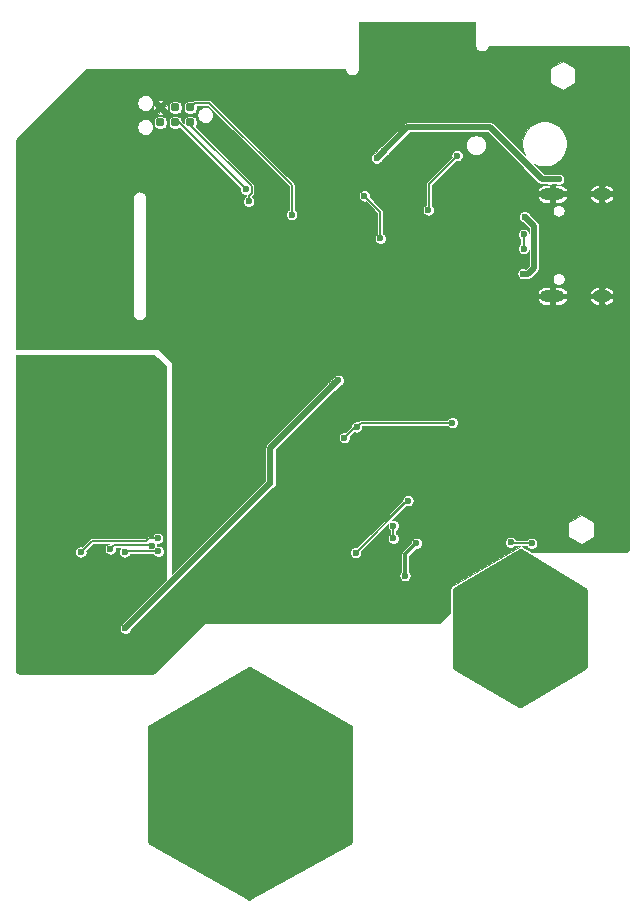
<source format=gtl>
G04 #@! TF.GenerationSoftware,KiCad,Pcbnew,5.1.5-52549c5~84~ubuntu19.10.1*
G04 #@! TF.CreationDate,2020-03-02T22:50:26+01:00*
G04 #@! TF.ProjectId,scale,7363616c-652e-46b6-9963-61645f706362,rev?*
G04 #@! TF.SameCoordinates,Original*
G04 #@! TF.FileFunction,Copper,L1,Top*
G04 #@! TF.FilePolarity,Positive*
%FSLAX46Y46*%
G04 Gerber Fmt 4.6, Leading zero omitted, Abs format (unit mm)*
G04 Created by KiCad (PCBNEW 5.1.5-52549c5~84~ubuntu19.10.1) date 2020-03-02 22:50:26*
%MOMM*%
%LPD*%
G04 APERTURE LIST*
%ADD10O,2.100000X1.000000*%
%ADD11O,1.600000X1.000000*%
%ADD12C,0.784860*%
%ADD13C,0.600000*%
%ADD14C,0.500000*%
%ADD15C,0.127000*%
%ADD16C,0.300000*%
%ADD17C,0.200000*%
%ADD18C,0.254000*%
%ADD19C,0.100000*%
G04 APERTURE END LIST*
D10*
X221465000Y-112630000D03*
X221465000Y-121270000D03*
D11*
X225645000Y-112630000D03*
X225645000Y-121270000D03*
D12*
X188280000Y-106585000D03*
X188280000Y-105315000D03*
X189550000Y-106585000D03*
X189550000Y-105315000D03*
X190820000Y-106585000D03*
X190820000Y-105315000D03*
D13*
X218300000Y-129300000D03*
X218300000Y-130025000D03*
X216000000Y-127000000D03*
X214800000Y-127000000D03*
X210116474Y-130737080D03*
X210823580Y-131444187D03*
X195444008Y-137136396D03*
X213600000Y-114800000D03*
X211600000Y-116799996D03*
X214800000Y-130800000D03*
X216000000Y-130800000D03*
X207500000Y-110000000D03*
X212500000Y-112500000D03*
X194500000Y-115000000D03*
X194500000Y-120000000D03*
X194500000Y-125000000D03*
X194500000Y-130000000D03*
X194500000Y-135000000D03*
X197000000Y-130000000D03*
X197000000Y-125000000D03*
X197000000Y-120000000D03*
X197000000Y-115000000D03*
X211000000Y-110500000D03*
X198000000Y-112500000D03*
X193000000Y-111000000D03*
X191500000Y-115000000D03*
X191500000Y-120000000D03*
X191500000Y-125000000D03*
X191500000Y-130000000D03*
X191500000Y-135000000D03*
X191500000Y-140000000D03*
X196500000Y-140000000D03*
X194000000Y-139000000D03*
X200500000Y-140000000D03*
X199500000Y-141000000D03*
X198500000Y-136000000D03*
X200000000Y-125000000D03*
X204000000Y-129500000D03*
X206000000Y-129500000D03*
X211000000Y-128500000D03*
X206500000Y-135500000D03*
X204000000Y-135500000D03*
X202500000Y-138000000D03*
X201500000Y-137000000D03*
X201000000Y-135500000D03*
X202000000Y-134500000D03*
X204500000Y-141500000D03*
X199000000Y-118000000D03*
X199000000Y-115500000D03*
X206000000Y-116500000D03*
X211500000Y-120000000D03*
X213000000Y-118500000D03*
X208500000Y-117000000D03*
X217500000Y-123000000D03*
X215500000Y-123000000D03*
X213500000Y-123000000D03*
X213500000Y-125000000D03*
X195500000Y-110000000D03*
X208000000Y-107000000D03*
X207000000Y-106000000D03*
X213500000Y-106000000D03*
X212500000Y-104500000D03*
X215000000Y-104500000D03*
X217500000Y-105000000D03*
X214500000Y-110000000D03*
X217000000Y-109000000D03*
X203000000Y-143000000D03*
X200000000Y-144000000D03*
X197000000Y-144000000D03*
X194000000Y-144000000D03*
X191000000Y-146000000D03*
X189000000Y-148000000D03*
X187000000Y-150000000D03*
X185000000Y-147000000D03*
X183000000Y-147000000D03*
X178000000Y-147000000D03*
X178000000Y-150000000D03*
X179000000Y-152000000D03*
X182000000Y-152000000D03*
X185000000Y-152000000D03*
X193000000Y-148000000D03*
X196000000Y-148000000D03*
X199000000Y-148000000D03*
X202000000Y-148000000D03*
X205000000Y-148000000D03*
X180000000Y-142000000D03*
X184000000Y-135000000D03*
X183000000Y-132000000D03*
X183000000Y-127000000D03*
X186000000Y-127000000D03*
X180000000Y-127000000D03*
X177000000Y-127000000D03*
X177000000Y-131000000D03*
X177000000Y-135000000D03*
X177000000Y-139000000D03*
X177000000Y-143000000D03*
X201250000Y-129250000D03*
X203250000Y-127250000D03*
X205000000Y-127000000D03*
X208000000Y-127000000D03*
X211000000Y-127000000D03*
X208000000Y-120000000D03*
X208000000Y-123000000D03*
X203000000Y-124000000D03*
X211500000Y-122500000D03*
X211500000Y-125000000D03*
X208750000Y-140950000D03*
X210850000Y-144300000D03*
X213450000Y-145150000D03*
X214200000Y-143550000D03*
X207400000Y-142550000D03*
X204945639Y-139595614D03*
X202833274Y-128898602D03*
X203328249Y-128403627D03*
X197600000Y-137100000D03*
X213400000Y-109400000D03*
X199400000Y-114400000D03*
X210950000Y-114000000D03*
X185300000Y-149400000D03*
X209950000Y-142200000D03*
X208994670Y-144955330D03*
X218975000Y-119400000D03*
X219125000Y-114575000D03*
X195500000Y-112250000D03*
X195750000Y-113250000D03*
X203840900Y-133264987D03*
X204883897Y-132363427D03*
X213000000Y-132000000D03*
X219042841Y-116050010D03*
X219025310Y-117275310D03*
X205550000Y-112800000D03*
X206900000Y-116400000D03*
X208000000Y-141800006D03*
X208000000Y-140718987D03*
X184050000Y-142700000D03*
X187537324Y-142409490D03*
X188100000Y-142900000D03*
X185250000Y-142950000D03*
X204800000Y-143000000D03*
X195800000Y-153200000D03*
X209250000Y-138599998D03*
X218800000Y-143400000D03*
X222000000Y-111400000D03*
X221200000Y-111400000D03*
X206600000Y-109600000D03*
X207200000Y-109000000D03*
X219725000Y-142200000D03*
X217925000Y-142125000D03*
X181550000Y-142950000D03*
X188050000Y-141800000D03*
D14*
X211600006Y-116799996D02*
X211600000Y-116799996D01*
X202833274Y-128898602D02*
X202903984Y-128827891D01*
X197600000Y-134131876D02*
X197600000Y-137100000D01*
X203328249Y-128403627D02*
X197600000Y-134131876D01*
D15*
X199400000Y-111900000D02*
X192422571Y-104922571D01*
X199400000Y-114400000D02*
X199400000Y-111900000D01*
X192422571Y-104922571D02*
X191212429Y-104922571D01*
X191212429Y-104922571D02*
X190820000Y-105315000D01*
X211025000Y-113925000D02*
X210950000Y-114000000D01*
X211025000Y-111775000D02*
X211025000Y-113925000D01*
X211025000Y-111775000D02*
X213400000Y-109400000D01*
D14*
X197600000Y-137100000D02*
X185300000Y-149400000D01*
D16*
X209950000Y-142200000D02*
X208994670Y-143155330D01*
X208994670Y-143155330D02*
X208994670Y-144955330D01*
D14*
X219399264Y-119400000D02*
X219925000Y-118874264D01*
X218975000Y-119400000D02*
X219399264Y-119400000D01*
X219925000Y-118874264D02*
X219925000Y-115375000D01*
X219925000Y-115375000D02*
X219125000Y-114575000D01*
D15*
X189835000Y-106585000D02*
X189550000Y-106585000D01*
X195500000Y-112250000D02*
X189835000Y-106585000D01*
X190820000Y-106820000D02*
X190820000Y-106585000D01*
X196000000Y-112000000D02*
X190820000Y-106820000D01*
X196000000Y-112575736D02*
X196000000Y-112000000D01*
X195750000Y-113250000D02*
X195750000Y-112825736D01*
X195750000Y-112825736D02*
X196000000Y-112575736D01*
X203840900Y-133264987D02*
X204742461Y-132363427D01*
X204742461Y-132363427D02*
X204883897Y-132363427D01*
X205247324Y-132000000D02*
X204883897Y-132363427D01*
X213000000Y-132000000D02*
X205247324Y-132000000D01*
D17*
X219042841Y-117257779D02*
X219025310Y-117275310D01*
X219042841Y-116050010D02*
X219042841Y-117257779D01*
D15*
X205550000Y-112800000D02*
X206900000Y-114150000D01*
X206900000Y-114150000D02*
X206900000Y-116400000D01*
X208000000Y-140718987D02*
X208000000Y-141800006D01*
X187527835Y-142400001D02*
X187537324Y-142409490D01*
X184050000Y-142700000D02*
X184349999Y-142400001D01*
X184349999Y-142400001D02*
X187527835Y-142400001D01*
X188100000Y-142900000D02*
X185300000Y-142900000D01*
X185300000Y-142900000D02*
X185250000Y-142950000D01*
X209200002Y-138599998D02*
X209250000Y-138599998D01*
X204800000Y-143000000D02*
X209200002Y-138599998D01*
D14*
X222000000Y-111400000D02*
X221200000Y-111400000D01*
X221200000Y-111400000D02*
X220600000Y-111400000D01*
X220600000Y-111400000D02*
X216200000Y-107000000D01*
X216200000Y-107000000D02*
X209200000Y-107000000D01*
X209200000Y-107000000D02*
X206600000Y-109600000D01*
D17*
X219725000Y-142200000D02*
X218000000Y-142200000D01*
X218000000Y-142200000D02*
X217925000Y-142125000D01*
D15*
X181550000Y-142950000D02*
X182500000Y-142000000D01*
X182500000Y-142000000D02*
X187100000Y-142000000D01*
X187100000Y-142000000D02*
X187300000Y-141800000D01*
X187300000Y-141800000D02*
X188050000Y-141800000D01*
D18*
G36*
X218873000Y-126652606D02*
G01*
X218873000Y-130747394D01*
X218547394Y-131073000D01*
X214252606Y-131073000D01*
X213927000Y-130747394D01*
X213927000Y-126652606D01*
X214252606Y-126327000D01*
X218547394Y-126327000D01*
X218873000Y-126652606D01*
G37*
X218873000Y-126652606D02*
X218873000Y-130747394D01*
X218547394Y-131073000D01*
X214252606Y-131073000D01*
X213927000Y-130747394D01*
X213927000Y-126652606D01*
X214252606Y-126327000D01*
X218547394Y-126327000D01*
X218873000Y-126652606D01*
D19*
G36*
X214925001Y-98080333D02*
G01*
X214925000Y-100003674D01*
X214925026Y-100003937D01*
X214925051Y-100007507D01*
X214925407Y-100010894D01*
X214925407Y-100014300D01*
X214925516Y-100015341D01*
X214936393Y-100112316D01*
X214937813Y-100118997D01*
X214939127Y-100125634D01*
X214939434Y-100126624D01*
X214939436Y-100126634D01*
X214939440Y-100126643D01*
X214968943Y-100219649D01*
X214971614Y-100225882D01*
X214974211Y-100232182D01*
X214974707Y-100233098D01*
X214974709Y-100233103D01*
X214974712Y-100233107D01*
X215021720Y-100318615D01*
X215025545Y-100324203D01*
X215029322Y-100329887D01*
X215029984Y-100330686D01*
X215029989Y-100330693D01*
X215029995Y-100330698D01*
X215092715Y-100405445D01*
X215097557Y-100410187D01*
X215102361Y-100415025D01*
X215103167Y-100415681D01*
X215103173Y-100415687D01*
X215103180Y-100415691D01*
X215179223Y-100476832D01*
X215184898Y-100480546D01*
X215190546Y-100484356D01*
X215191463Y-100484843D01*
X215191471Y-100484848D01*
X215191479Y-100484851D01*
X215277950Y-100530057D01*
X215284232Y-100532595D01*
X215290519Y-100535238D01*
X215291515Y-100535538D01*
X215291522Y-100535541D01*
X215291529Y-100535542D01*
X215385133Y-100563092D01*
X215391825Y-100564369D01*
X215398470Y-100565733D01*
X215399499Y-100565834D01*
X215399511Y-100565836D01*
X215399522Y-100565836D01*
X215496694Y-100574679D01*
X215503487Y-100574632D01*
X215510289Y-100574680D01*
X215511320Y-100574578D01*
X215511332Y-100574578D01*
X215511343Y-100574576D01*
X215608379Y-100564377D01*
X215615032Y-100563011D01*
X215621715Y-100561737D01*
X215622715Y-100561435D01*
X215622721Y-100561433D01*
X215715936Y-100532578D01*
X215722227Y-100529934D01*
X215728506Y-100527397D01*
X215729421Y-100526910D01*
X215729430Y-100526906D01*
X215729437Y-100526901D01*
X215815268Y-100480493D01*
X215820922Y-100476679D01*
X215826592Y-100472969D01*
X215827396Y-100472313D01*
X215827403Y-100472308D01*
X215827409Y-100472302D01*
X215902592Y-100410106D01*
X215907394Y-100405270D01*
X215912238Y-100400527D01*
X215912905Y-100399720D01*
X215974581Y-100324099D01*
X215978333Y-100318452D01*
X215982185Y-100312827D01*
X215982679Y-100311911D01*
X215982682Y-100311907D01*
X215982684Y-100311903D01*
X216028494Y-100225745D01*
X216031084Y-100219463D01*
X216033763Y-100213213D01*
X216034070Y-100212219D01*
X216034073Y-100212212D01*
X216034074Y-100212205D01*
X216062277Y-100118795D01*
X216063599Y-100112119D01*
X216065011Y-100105477D01*
X216065120Y-100104435D01*
X216068006Y-100075000D01*
X227802876Y-100075000D01*
X227876084Y-100123916D01*
X227925001Y-100197125D01*
X227925000Y-142802876D01*
X227876084Y-142876084D01*
X227795296Y-142930065D01*
X227695077Y-142950000D01*
X219717525Y-142950000D01*
X218993857Y-142510630D01*
X218950348Y-142491659D01*
X218898725Y-142477000D01*
X219336402Y-142477000D01*
X219354490Y-142504070D01*
X219420930Y-142570510D01*
X219499056Y-142622712D01*
X219585864Y-142658669D01*
X219678020Y-142677000D01*
X219771980Y-142677000D01*
X219864136Y-142658669D01*
X219950944Y-142622712D01*
X220029070Y-142570510D01*
X220095510Y-142504070D01*
X220147712Y-142425944D01*
X220183669Y-142339136D01*
X220202000Y-142246980D01*
X220202000Y-142153020D01*
X220183669Y-142060864D01*
X220147712Y-141974056D01*
X220095510Y-141895930D01*
X220029070Y-141829490D01*
X219950944Y-141777288D01*
X219864136Y-141741331D01*
X219771980Y-141723000D01*
X219678020Y-141723000D01*
X219585864Y-141741331D01*
X219499056Y-141777288D01*
X219420930Y-141829490D01*
X219354490Y-141895930D01*
X219336402Y-141923000D01*
X218357630Y-141923000D01*
X218347712Y-141899056D01*
X218295510Y-141820930D01*
X218229070Y-141754490D01*
X218150944Y-141702288D01*
X218064136Y-141666331D01*
X217971980Y-141648000D01*
X217878020Y-141648000D01*
X217785864Y-141666331D01*
X217699056Y-141702288D01*
X217620930Y-141754490D01*
X217554490Y-141820930D01*
X217502288Y-141899056D01*
X217466331Y-141985864D01*
X217448000Y-142078020D01*
X217448000Y-142171980D01*
X217466331Y-142264136D01*
X217502288Y-142350944D01*
X217554490Y-142429070D01*
X217620930Y-142495510D01*
X217699056Y-142547712D01*
X217785864Y-142583669D01*
X217878020Y-142602000D01*
X217971980Y-142602000D01*
X218064136Y-142583669D01*
X218150944Y-142547712D01*
X218229070Y-142495510D01*
X218247580Y-142477000D01*
X218697539Y-142477000D01*
X218651342Y-142489351D01*
X218607546Y-142507647D01*
X213009344Y-145789352D01*
X212973079Y-145817515D01*
X212900688Y-145890628D01*
X212885863Y-145907645D01*
X212867589Y-145937140D01*
X212855421Y-145969635D01*
X212828956Y-146069061D01*
X212823000Y-146114589D01*
X212823000Y-148106290D01*
X212055996Y-148873294D01*
X211971032Y-148930065D01*
X211870813Y-148950000D01*
X192224264Y-148950000D01*
X192214510Y-148950961D01*
X192099705Y-148973797D01*
X192090325Y-148976642D01*
X192081680Y-148981263D01*
X191984353Y-149046295D01*
X191976777Y-149052513D01*
X187855996Y-153173294D01*
X187771032Y-153230065D01*
X187670813Y-153250000D01*
X176304923Y-153250000D01*
X176204704Y-153230065D01*
X176123916Y-153176084D01*
X176075000Y-153102876D01*
X176075000Y-142903020D01*
X181073000Y-142903020D01*
X181073000Y-142996980D01*
X181091331Y-143089136D01*
X181127288Y-143175944D01*
X181179490Y-143254070D01*
X181245930Y-143320510D01*
X181324056Y-143372712D01*
X181410864Y-143408669D01*
X181503020Y-143427000D01*
X181596980Y-143427000D01*
X181689136Y-143408669D01*
X181775944Y-143372712D01*
X181854070Y-143320510D01*
X181920510Y-143254070D01*
X181972712Y-143175944D01*
X182008669Y-143089136D01*
X182027000Y-142996980D01*
X182027000Y-142903020D01*
X182012084Y-142828033D01*
X182599618Y-142240500D01*
X183915042Y-142240500D01*
X183910864Y-142241331D01*
X183824056Y-142277288D01*
X183745930Y-142329490D01*
X183679490Y-142395930D01*
X183627288Y-142474056D01*
X183591331Y-142560864D01*
X183573000Y-142653020D01*
X183573000Y-142746980D01*
X183591331Y-142839136D01*
X183627288Y-142925944D01*
X183679490Y-143004070D01*
X183745930Y-143070510D01*
X183824056Y-143122712D01*
X183910864Y-143158669D01*
X184003020Y-143177000D01*
X184096980Y-143177000D01*
X184189136Y-143158669D01*
X184275944Y-143122712D01*
X184354070Y-143070510D01*
X184420510Y-143004070D01*
X184472712Y-142925944D01*
X184508669Y-142839136D01*
X184527000Y-142746980D01*
X184527000Y-142653020D01*
X184524510Y-142640501D01*
X184884919Y-142640501D01*
X184879490Y-142645930D01*
X184827288Y-142724056D01*
X184791331Y-142810864D01*
X184773000Y-142903020D01*
X184773000Y-142996980D01*
X184791331Y-143089136D01*
X184827288Y-143175944D01*
X184879490Y-143254070D01*
X184945930Y-143320510D01*
X185024056Y-143372712D01*
X185110864Y-143408669D01*
X185203020Y-143427000D01*
X185296980Y-143427000D01*
X185389136Y-143408669D01*
X185475944Y-143372712D01*
X185554070Y-143320510D01*
X185620510Y-143254070D01*
X185672712Y-143175944D01*
X185687393Y-143140500D01*
X187687014Y-143140500D01*
X187729490Y-143204070D01*
X187795930Y-143270510D01*
X187874056Y-143322712D01*
X187960864Y-143358669D01*
X188053020Y-143377000D01*
X188146980Y-143377000D01*
X188239136Y-143358669D01*
X188325944Y-143322712D01*
X188404070Y-143270510D01*
X188470510Y-143204070D01*
X188522712Y-143125944D01*
X188558669Y-143039136D01*
X188577000Y-142946980D01*
X188577000Y-142853020D01*
X188558669Y-142760864D01*
X188522712Y-142674056D01*
X188470510Y-142595930D01*
X188404070Y-142529490D01*
X188325944Y-142477288D01*
X188239136Y-142441331D01*
X188146980Y-142423000D01*
X188053020Y-142423000D01*
X188014324Y-142430697D01*
X188014324Y-142362510D01*
X187997080Y-142275818D01*
X188003020Y-142277000D01*
X188096980Y-142277000D01*
X188189136Y-142258669D01*
X188275944Y-142222712D01*
X188354070Y-142170510D01*
X188420510Y-142104070D01*
X188472712Y-142025944D01*
X188508669Y-141939136D01*
X188527000Y-141846980D01*
X188527000Y-141753020D01*
X188508669Y-141660864D01*
X188472712Y-141574056D01*
X188420510Y-141495930D01*
X188354070Y-141429490D01*
X188275944Y-141377288D01*
X188189136Y-141341331D01*
X188096980Y-141323000D01*
X188003020Y-141323000D01*
X187910864Y-141341331D01*
X187824056Y-141377288D01*
X187745930Y-141429490D01*
X187679490Y-141495930D01*
X187637014Y-141559500D01*
X187311807Y-141559500D01*
X187300000Y-141558337D01*
X187288193Y-141559500D01*
X187288191Y-141559500D01*
X187252854Y-141562980D01*
X187218071Y-141573532D01*
X187207519Y-141576733D01*
X187165739Y-141599065D01*
X187129118Y-141629118D01*
X187121586Y-141638296D01*
X187000383Y-141759500D01*
X182511807Y-141759500D01*
X182500000Y-141758337D01*
X182488193Y-141759500D01*
X182488191Y-141759500D01*
X182452854Y-141762980D01*
X182407520Y-141776733D01*
X182406482Y-141777288D01*
X182365738Y-141799065D01*
X182351980Y-141810356D01*
X182329118Y-141829118D01*
X182321586Y-141838296D01*
X181671967Y-142487916D01*
X181596980Y-142473000D01*
X181503020Y-142473000D01*
X181410864Y-142491331D01*
X181324056Y-142527288D01*
X181245930Y-142579490D01*
X181179490Y-142645930D01*
X181127288Y-142724056D01*
X181091331Y-142810864D01*
X181073000Y-142903020D01*
X176075000Y-142903020D01*
X176075000Y-126250000D01*
X187779290Y-126250000D01*
X188750000Y-127220710D01*
X188750000Y-145346132D01*
X185150514Y-148945618D01*
X185074056Y-148977288D01*
X184995930Y-149029490D01*
X184929490Y-149095930D01*
X184877288Y-149174056D01*
X184841331Y-149260864D01*
X184823000Y-149353020D01*
X184823000Y-149446980D01*
X184841331Y-149539136D01*
X184877288Y-149625944D01*
X184929490Y-149704070D01*
X184995930Y-149770510D01*
X185074056Y-149822712D01*
X185160864Y-149858669D01*
X185253020Y-149877000D01*
X185346980Y-149877000D01*
X185439136Y-149858669D01*
X185525944Y-149822712D01*
X185604070Y-149770510D01*
X185670510Y-149704070D01*
X185722712Y-149625944D01*
X185754382Y-149549486D01*
X190395518Y-144908350D01*
X208517670Y-144908350D01*
X208517670Y-145002310D01*
X208536001Y-145094466D01*
X208571958Y-145181274D01*
X208624160Y-145259400D01*
X208690600Y-145325840D01*
X208768726Y-145378042D01*
X208855534Y-145413999D01*
X208947690Y-145432330D01*
X209041650Y-145432330D01*
X209133806Y-145413999D01*
X209220614Y-145378042D01*
X209298740Y-145325840D01*
X209365180Y-145259400D01*
X209417382Y-145181274D01*
X209453339Y-145094466D01*
X209471670Y-145002310D01*
X209471670Y-144908350D01*
X209453339Y-144816194D01*
X209417382Y-144729386D01*
X209365180Y-144651260D01*
X209321670Y-144607750D01*
X209321670Y-143290777D01*
X209935448Y-142677000D01*
X209996980Y-142677000D01*
X210089136Y-142658669D01*
X210175944Y-142622712D01*
X210254070Y-142570510D01*
X210320510Y-142504070D01*
X210372712Y-142425944D01*
X210408669Y-142339136D01*
X210427000Y-142246980D01*
X210427000Y-142153020D01*
X210408669Y-142060864D01*
X210372712Y-141974056D01*
X210320510Y-141895930D01*
X210254070Y-141829490D01*
X210175944Y-141777288D01*
X210089136Y-141741331D01*
X209996980Y-141723000D01*
X209903020Y-141723000D01*
X209810864Y-141741331D01*
X209724056Y-141777288D01*
X209645930Y-141829490D01*
X209579490Y-141895930D01*
X209527288Y-141974056D01*
X209491331Y-142060864D01*
X209473000Y-142153020D01*
X209473000Y-142214552D01*
X208774811Y-142912742D01*
X208762327Y-142922987D01*
X208721464Y-142972781D01*
X208708441Y-142997145D01*
X208691100Y-143029588D01*
X208672402Y-143091227D01*
X208666088Y-143155330D01*
X208667670Y-143171391D01*
X208667671Y-144607749D01*
X208624160Y-144651260D01*
X208571958Y-144729386D01*
X208536001Y-144816194D01*
X208517670Y-144908350D01*
X190395518Y-144908350D01*
X192350848Y-142953020D01*
X204323000Y-142953020D01*
X204323000Y-143046980D01*
X204341331Y-143139136D01*
X204377288Y-143225944D01*
X204429490Y-143304070D01*
X204495930Y-143370510D01*
X204574056Y-143422712D01*
X204660864Y-143458669D01*
X204753020Y-143477000D01*
X204846980Y-143477000D01*
X204939136Y-143458669D01*
X205025944Y-143422712D01*
X205104070Y-143370510D01*
X205170510Y-143304070D01*
X205222712Y-143225944D01*
X205258669Y-143139136D01*
X205277000Y-143046980D01*
X205277000Y-142953020D01*
X205262084Y-142878033D01*
X207536629Y-140603488D01*
X207523000Y-140672007D01*
X207523000Y-140765967D01*
X207541331Y-140858123D01*
X207577288Y-140944931D01*
X207629490Y-141023057D01*
X207695930Y-141089497D01*
X207759500Y-141131973D01*
X207759501Y-141387020D01*
X207695930Y-141429496D01*
X207629490Y-141495936D01*
X207577288Y-141574062D01*
X207541331Y-141660870D01*
X207523000Y-141753026D01*
X207523000Y-141846986D01*
X207541331Y-141939142D01*
X207577288Y-142025950D01*
X207629490Y-142104076D01*
X207695930Y-142170516D01*
X207774056Y-142222718D01*
X207860864Y-142258675D01*
X207953020Y-142277006D01*
X208046980Y-142277006D01*
X208139136Y-142258675D01*
X208225944Y-142222718D01*
X208304070Y-142170516D01*
X208370510Y-142104076D01*
X208422712Y-142025950D01*
X208458669Y-141939142D01*
X208477000Y-141846986D01*
X208477000Y-141753026D01*
X208458669Y-141660870D01*
X208422712Y-141574062D01*
X208370510Y-141495936D01*
X208304070Y-141429496D01*
X208240500Y-141387020D01*
X208240500Y-141131973D01*
X208304070Y-141089497D01*
X208370510Y-141023057D01*
X208422712Y-140944931D01*
X208458669Y-140858123D01*
X208477000Y-140765967D01*
X208477000Y-140672007D01*
X208458669Y-140579851D01*
X208422712Y-140493043D01*
X208377248Y-140425000D01*
X222825000Y-140425000D01*
X222825000Y-141625000D01*
X222826762Y-141638156D01*
X222830255Y-141647314D01*
X222835468Y-141655614D01*
X222842200Y-141662738D01*
X222850193Y-141668412D01*
X223900193Y-142268412D01*
X223912349Y-142273373D01*
X223922029Y-142274912D01*
X223931823Y-142274532D01*
X223941355Y-142272249D01*
X223950259Y-142268151D01*
X224975259Y-141668151D01*
X224985355Y-141660355D01*
X224991573Y-141652779D01*
X224996194Y-141644134D01*
X224999039Y-141634755D01*
X225000000Y-141625000D01*
X225000000Y-140425000D01*
X224998373Y-140412349D01*
X224994975Y-140403155D01*
X224989849Y-140394800D01*
X224983192Y-140387606D01*
X224975259Y-140381849D01*
X223950259Y-139781849D01*
X223938156Y-139776762D01*
X223928492Y-139775122D01*
X223918694Y-139775399D01*
X223909139Y-139777582D01*
X223900193Y-139781588D01*
X222850193Y-140381588D01*
X222839645Y-140389645D01*
X222833427Y-140397221D01*
X222828806Y-140405866D01*
X222825961Y-140415245D01*
X222825000Y-140425000D01*
X208377248Y-140425000D01*
X208370510Y-140414917D01*
X208304070Y-140348477D01*
X208225944Y-140296275D01*
X208139136Y-140260318D01*
X208046980Y-140241987D01*
X207953020Y-140241987D01*
X207884501Y-140255616D01*
X209090066Y-139050052D01*
X209110864Y-139058667D01*
X209203020Y-139076998D01*
X209296980Y-139076998D01*
X209389136Y-139058667D01*
X209475944Y-139022710D01*
X209554070Y-138970508D01*
X209620510Y-138904068D01*
X209672712Y-138825942D01*
X209708669Y-138739134D01*
X209727000Y-138646978D01*
X209727000Y-138553018D01*
X209708669Y-138460862D01*
X209672712Y-138374054D01*
X209620510Y-138295928D01*
X209554070Y-138229488D01*
X209475944Y-138177286D01*
X209389136Y-138141329D01*
X209296980Y-138122998D01*
X209203020Y-138122998D01*
X209110864Y-138141329D01*
X209024056Y-138177286D01*
X208945930Y-138229488D01*
X208879490Y-138295928D01*
X208827288Y-138374054D01*
X208791331Y-138460862D01*
X208773000Y-138553018D01*
X208773000Y-138646978D01*
X208779621Y-138680262D01*
X204921967Y-142537916D01*
X204846980Y-142523000D01*
X204753020Y-142523000D01*
X204660864Y-142541331D01*
X204574056Y-142577288D01*
X204495930Y-142629490D01*
X204429490Y-142695930D01*
X204377288Y-142774056D01*
X204341331Y-142860864D01*
X204323000Y-142953020D01*
X192350848Y-142953020D01*
X197749488Y-137554381D01*
X197825944Y-137522712D01*
X197904070Y-137470510D01*
X197970510Y-137404070D01*
X198022712Y-137325944D01*
X198058669Y-137239136D01*
X198077000Y-137146980D01*
X198077000Y-137053020D01*
X198058669Y-136960864D01*
X198027000Y-136884408D01*
X198027000Y-134308744D01*
X199117737Y-133218007D01*
X203363900Y-133218007D01*
X203363900Y-133311967D01*
X203382231Y-133404123D01*
X203418188Y-133490931D01*
X203470390Y-133569057D01*
X203536830Y-133635497D01*
X203614956Y-133687699D01*
X203701764Y-133723656D01*
X203793920Y-133741987D01*
X203887880Y-133741987D01*
X203980036Y-133723656D01*
X204066844Y-133687699D01*
X204144970Y-133635497D01*
X204211410Y-133569057D01*
X204263612Y-133490931D01*
X204299569Y-133404123D01*
X204317900Y-133311967D01*
X204317900Y-133218007D01*
X204302984Y-133143021D01*
X204659307Y-132786700D01*
X204744761Y-132822096D01*
X204836917Y-132840427D01*
X204930877Y-132840427D01*
X205023033Y-132822096D01*
X205109841Y-132786139D01*
X205187967Y-132733937D01*
X205254407Y-132667497D01*
X205306609Y-132589371D01*
X205342566Y-132502563D01*
X205360897Y-132410407D01*
X205360897Y-132316447D01*
X205345981Y-132241461D01*
X205346943Y-132240500D01*
X212587014Y-132240500D01*
X212629490Y-132304070D01*
X212695930Y-132370510D01*
X212774056Y-132422712D01*
X212860864Y-132458669D01*
X212953020Y-132477000D01*
X213046980Y-132477000D01*
X213139136Y-132458669D01*
X213225944Y-132422712D01*
X213304070Y-132370510D01*
X213370510Y-132304070D01*
X213422712Y-132225944D01*
X213458669Y-132139136D01*
X213477000Y-132046980D01*
X213477000Y-131953020D01*
X213458669Y-131860864D01*
X213422712Y-131774056D01*
X213370510Y-131695930D01*
X213304070Y-131629490D01*
X213225944Y-131577288D01*
X213139136Y-131541331D01*
X213046980Y-131523000D01*
X212953020Y-131523000D01*
X212860864Y-131541331D01*
X212774056Y-131577288D01*
X212695930Y-131629490D01*
X212629490Y-131695930D01*
X212587014Y-131759500D01*
X205259130Y-131759500D01*
X205247323Y-131758337D01*
X205235516Y-131759500D01*
X205235515Y-131759500D01*
X205200178Y-131762980D01*
X205154844Y-131776733D01*
X205135394Y-131787129D01*
X205113062Y-131799065D01*
X205085614Y-131821591D01*
X205076442Y-131829118D01*
X205068915Y-131838290D01*
X205005863Y-131901343D01*
X204930877Y-131886427D01*
X204836917Y-131886427D01*
X204744761Y-131904758D01*
X204657953Y-131940715D01*
X204579827Y-131992917D01*
X204513387Y-132059357D01*
X204461185Y-132137483D01*
X204425228Y-132224291D01*
X204406897Y-132316447D01*
X204406897Y-132358873D01*
X203962867Y-132802903D01*
X203887880Y-132787987D01*
X203793920Y-132787987D01*
X203701764Y-132806318D01*
X203614956Y-132842275D01*
X203536830Y-132894477D01*
X203470390Y-132960917D01*
X203418188Y-133039043D01*
X203382231Y-133125851D01*
X203363900Y-133218007D01*
X199117737Y-133218007D01*
X202982762Y-129352983D01*
X203059218Y-129321314D01*
X203137344Y-129269112D01*
X203203784Y-129202672D01*
X203255986Y-129124546D01*
X203287655Y-129048090D01*
X203477737Y-128858008D01*
X203554193Y-128826339D01*
X203632319Y-128774137D01*
X203698759Y-128707697D01*
X203750961Y-128629571D01*
X203786918Y-128542763D01*
X203805249Y-128450607D01*
X203805249Y-128356647D01*
X203786918Y-128264491D01*
X203750961Y-128177683D01*
X203698759Y-128099557D01*
X203632319Y-128033117D01*
X203554193Y-127980915D01*
X203467385Y-127944958D01*
X203375229Y-127926627D01*
X203281269Y-127926627D01*
X203189113Y-127944958D01*
X203102305Y-127980915D01*
X203024179Y-128033117D01*
X202957739Y-128099557D01*
X202905537Y-128177683D01*
X202873868Y-128254139D01*
X202683786Y-128444221D01*
X202607330Y-128475890D01*
X202529204Y-128528092D01*
X202462764Y-128594532D01*
X202410562Y-128672658D01*
X202378893Y-128749114D01*
X197312900Y-133815108D01*
X197296605Y-133828481D01*
X197283233Y-133844775D01*
X197283232Y-133844776D01*
X197243245Y-133893500D01*
X197222052Y-133933150D01*
X197203595Y-133967681D01*
X197179178Y-134048170D01*
X197173000Y-134110899D01*
X197173000Y-134110909D01*
X197170935Y-134131876D01*
X197173000Y-134152843D01*
X197173001Y-136884406D01*
X197145619Y-136950512D01*
X189250000Y-144846132D01*
X189250000Y-127000000D01*
X189249039Y-126990245D01*
X189246194Y-126980866D01*
X189241573Y-126972221D01*
X189235355Y-126964645D01*
X188035355Y-125764645D01*
X188027779Y-125758427D01*
X188019134Y-125753806D01*
X188009755Y-125750961D01*
X188000000Y-125750000D01*
X176075000Y-125750000D01*
X176075000Y-122753674D01*
X185925000Y-122753674D01*
X185925027Y-122753948D01*
X185925052Y-122757507D01*
X185925408Y-122760894D01*
X185925408Y-122764300D01*
X185925517Y-122765341D01*
X185936394Y-122862316D01*
X185937814Y-122868997D01*
X185939128Y-122875634D01*
X185939435Y-122876624D01*
X185939437Y-122876634D01*
X185939441Y-122876643D01*
X185968944Y-122969649D01*
X185971615Y-122975882D01*
X185974212Y-122982182D01*
X185974710Y-122983103D01*
X186021721Y-123068614D01*
X186025569Y-123074234D01*
X186029323Y-123079885D01*
X186029985Y-123080685D01*
X186029990Y-123080692D01*
X186029996Y-123080697D01*
X186092716Y-123155445D01*
X186097558Y-123160187D01*
X186102362Y-123165025D01*
X186103174Y-123165687D01*
X186179224Y-123226831D01*
X186184907Y-123230550D01*
X186190547Y-123234355D01*
X186191464Y-123234842D01*
X186191472Y-123234847D01*
X186191480Y-123234850D01*
X186277950Y-123280056D01*
X186284232Y-123282594D01*
X186290519Y-123285237D01*
X186291521Y-123285540D01*
X186385134Y-123313091D01*
X186391826Y-123314368D01*
X186398471Y-123315732D01*
X186399500Y-123315833D01*
X186399512Y-123315835D01*
X186399523Y-123315835D01*
X186496694Y-123324678D01*
X186503487Y-123324631D01*
X186510289Y-123324679D01*
X186511320Y-123324577D01*
X186511332Y-123324577D01*
X186511343Y-123324575D01*
X186608379Y-123314376D01*
X186615032Y-123313010D01*
X186621715Y-123311736D01*
X186622715Y-123311434D01*
X186622721Y-123311432D01*
X186715935Y-123282577D01*
X186722226Y-123279933D01*
X186728505Y-123277396D01*
X186729429Y-123276905D01*
X186815268Y-123230492D01*
X186820922Y-123226678D01*
X186826592Y-123222968D01*
X186827396Y-123222312D01*
X186827403Y-123222307D01*
X186827409Y-123222301D01*
X186902592Y-123160105D01*
X186907394Y-123155269D01*
X186912239Y-123150525D01*
X186912906Y-123149718D01*
X186974581Y-123074098D01*
X186978373Y-123068391D01*
X186982183Y-123062826D01*
X186982678Y-123061910D01*
X186982681Y-123061906D01*
X186982683Y-123061902D01*
X187028493Y-122975745D01*
X187031071Y-122969491D01*
X187033762Y-122963213D01*
X187034071Y-122962213D01*
X187062276Y-122868795D01*
X187063598Y-122862119D01*
X187065010Y-122855477D01*
X187065119Y-122854435D01*
X187074641Y-122757318D01*
X187074641Y-122757300D01*
X187074998Y-122753675D01*
X187074998Y-121584391D01*
X220234075Y-121584391D01*
X220240419Y-121656081D01*
X220328702Y-121780267D01*
X220439516Y-121884843D01*
X220568602Y-121965791D01*
X220711000Y-122020000D01*
X221261000Y-122020000D01*
X221261000Y-121474000D01*
X221669000Y-121474000D01*
X221669000Y-122020000D01*
X222219000Y-122020000D01*
X222361398Y-121965791D01*
X222490484Y-121884843D01*
X222601298Y-121780267D01*
X222689581Y-121656081D01*
X222695925Y-121584391D01*
X224664075Y-121584391D01*
X224692335Y-121676592D01*
X224784198Y-121796108D01*
X224897612Y-121895406D01*
X225028219Y-121970670D01*
X225171000Y-122019008D01*
X225320468Y-122038562D01*
X225441000Y-121970437D01*
X225441000Y-121474000D01*
X225849000Y-121474000D01*
X225849000Y-121970437D01*
X225969532Y-122038562D01*
X226119000Y-122019008D01*
X226261781Y-121970670D01*
X226392388Y-121895406D01*
X226505802Y-121796108D01*
X226597665Y-121676592D01*
X226625925Y-121584391D01*
X226601537Y-121474000D01*
X225849000Y-121474000D01*
X225441000Y-121474000D01*
X224688463Y-121474000D01*
X224664075Y-121584391D01*
X222695925Y-121584391D01*
X222671537Y-121474000D01*
X221669000Y-121474000D01*
X221261000Y-121474000D01*
X220258463Y-121474000D01*
X220234075Y-121584391D01*
X187074998Y-121584391D01*
X187074998Y-120955609D01*
X220234075Y-120955609D01*
X220258463Y-121066000D01*
X221261000Y-121066000D01*
X221261000Y-120520000D01*
X221669000Y-120520000D01*
X221669000Y-121066000D01*
X222671537Y-121066000D01*
X222695925Y-120955609D01*
X224664075Y-120955609D01*
X224688463Y-121066000D01*
X225441000Y-121066000D01*
X225441000Y-120569563D01*
X225849000Y-120569563D01*
X225849000Y-121066000D01*
X226601537Y-121066000D01*
X226625925Y-120955609D01*
X226597665Y-120863408D01*
X226505802Y-120743892D01*
X226392388Y-120644594D01*
X226261781Y-120569330D01*
X226119000Y-120520992D01*
X225969532Y-120501438D01*
X225849000Y-120569563D01*
X225441000Y-120569563D01*
X225320468Y-120501438D01*
X225171000Y-120520992D01*
X225028219Y-120569330D01*
X224897612Y-120644594D01*
X224784198Y-120743892D01*
X224692335Y-120863408D01*
X224664075Y-120955609D01*
X222695925Y-120955609D01*
X222689581Y-120883919D01*
X222601298Y-120759733D01*
X222490484Y-120655157D01*
X222361398Y-120574209D01*
X222219000Y-120520000D01*
X221669000Y-120520000D01*
X221261000Y-120520000D01*
X220711000Y-120520000D01*
X220568602Y-120574209D01*
X220439516Y-120655157D01*
X220328702Y-120759733D01*
X220240419Y-120883919D01*
X220234075Y-120955609D01*
X187074998Y-120955609D01*
X187074998Y-119353020D01*
X218498000Y-119353020D01*
X218498000Y-119446980D01*
X218516331Y-119539136D01*
X218552288Y-119625944D01*
X218604490Y-119704070D01*
X218670930Y-119770510D01*
X218749056Y-119822712D01*
X218835864Y-119858669D01*
X218928020Y-119877000D01*
X219021980Y-119877000D01*
X219114136Y-119858669D01*
X219190592Y-119827000D01*
X219378297Y-119827000D01*
X219399264Y-119829065D01*
X219420231Y-119827000D01*
X219420242Y-119827000D01*
X219482971Y-119820822D01*
X219563460Y-119796405D01*
X219574400Y-119790557D01*
X221493000Y-119790557D01*
X221493000Y-119889443D01*
X221512292Y-119986428D01*
X221550133Y-120077786D01*
X221605071Y-120160006D01*
X221674994Y-120229929D01*
X221757214Y-120284867D01*
X221848572Y-120322708D01*
X221945557Y-120342000D01*
X222044443Y-120342000D01*
X222141428Y-120322708D01*
X222232786Y-120284867D01*
X222315006Y-120229929D01*
X222384929Y-120160006D01*
X222439867Y-120077786D01*
X222477708Y-119986428D01*
X222497000Y-119889443D01*
X222497000Y-119790557D01*
X222477708Y-119693572D01*
X222439867Y-119602214D01*
X222384929Y-119519994D01*
X222315006Y-119450071D01*
X222232786Y-119395133D01*
X222141428Y-119357292D01*
X222044443Y-119338000D01*
X221945557Y-119338000D01*
X221848572Y-119357292D01*
X221757214Y-119395133D01*
X221674994Y-119450071D01*
X221605071Y-119519994D01*
X221550133Y-119602214D01*
X221512292Y-119693572D01*
X221493000Y-119790557D01*
X219574400Y-119790557D01*
X219637640Y-119756755D01*
X219702659Y-119703395D01*
X219716032Y-119687100D01*
X220212106Y-119191027D01*
X220228395Y-119177659D01*
X220241764Y-119161369D01*
X220241768Y-119161365D01*
X220281755Y-119112641D01*
X220321404Y-119038461D01*
X220321405Y-119038460D01*
X220345822Y-118957971D01*
X220352000Y-118895242D01*
X220352000Y-118895231D01*
X220354065Y-118874264D01*
X220352000Y-118853297D01*
X220352000Y-115395967D01*
X220354065Y-115375000D01*
X220352000Y-115354033D01*
X220352000Y-115354022D01*
X220345822Y-115291293D01*
X220321405Y-115210804D01*
X220302948Y-115176273D01*
X220281755Y-115136623D01*
X220241768Y-115087899D01*
X220241764Y-115087895D01*
X220228395Y-115071605D01*
X220212105Y-115058236D01*
X219579382Y-114425513D01*
X219547712Y-114349056D01*
X219495510Y-114270930D01*
X219429070Y-114204490D01*
X219350944Y-114152288D01*
X219264136Y-114116331D01*
X219171980Y-114098000D01*
X219078020Y-114098000D01*
X218985864Y-114116331D01*
X218899056Y-114152288D01*
X218820930Y-114204490D01*
X218754490Y-114270930D01*
X218702288Y-114349056D01*
X218666331Y-114435864D01*
X218648000Y-114528020D01*
X218648000Y-114621980D01*
X218666331Y-114714136D01*
X218702288Y-114800944D01*
X218754490Y-114879070D01*
X218820930Y-114945510D01*
X218899056Y-114997712D01*
X218975513Y-115029382D01*
X219498001Y-115551870D01*
X219498001Y-115902402D01*
X219465553Y-115824066D01*
X219413351Y-115745940D01*
X219346911Y-115679500D01*
X219268785Y-115627298D01*
X219181977Y-115591341D01*
X219089821Y-115573010D01*
X218995861Y-115573010D01*
X218903705Y-115591341D01*
X218816897Y-115627298D01*
X218738771Y-115679500D01*
X218672331Y-115745940D01*
X218620129Y-115824066D01*
X218584172Y-115910874D01*
X218565841Y-116003030D01*
X218565841Y-116096990D01*
X218584172Y-116189146D01*
X218620129Y-116275954D01*
X218672331Y-116354080D01*
X218738771Y-116420520D01*
X218765841Y-116438608D01*
X218765842Y-116874998D01*
X218721240Y-116904800D01*
X218654800Y-116971240D01*
X218602598Y-117049366D01*
X218566641Y-117136174D01*
X218548310Y-117228330D01*
X218548310Y-117322290D01*
X218566641Y-117414446D01*
X218602598Y-117501254D01*
X218654800Y-117579380D01*
X218721240Y-117645820D01*
X218799366Y-117698022D01*
X218886174Y-117733979D01*
X218978330Y-117752310D01*
X219072290Y-117752310D01*
X219164446Y-117733979D01*
X219251254Y-117698022D01*
X219329380Y-117645820D01*
X219395820Y-117579380D01*
X219448022Y-117501254D01*
X219483979Y-117414446D01*
X219498000Y-117343956D01*
X219498000Y-118697395D01*
X219222396Y-118973000D01*
X219190592Y-118973000D01*
X219114136Y-118941331D01*
X219021980Y-118923000D01*
X218928020Y-118923000D01*
X218835864Y-118941331D01*
X218749056Y-118977288D01*
X218670930Y-119029490D01*
X218604490Y-119095930D01*
X218552288Y-119174056D01*
X218516331Y-119260864D01*
X218498000Y-119353020D01*
X187074998Y-119353020D01*
X187075000Y-112996326D01*
X187074973Y-112996052D01*
X187074948Y-112992493D01*
X187074592Y-112989106D01*
X187074592Y-112985700D01*
X187074483Y-112984659D01*
X187063606Y-112887684D01*
X187062185Y-112880996D01*
X187060872Y-112874367D01*
X187060566Y-112873379D01*
X187060563Y-112873366D01*
X187060558Y-112873354D01*
X187031056Y-112780351D01*
X187028373Y-112774090D01*
X187025788Y-112767818D01*
X187025290Y-112766897D01*
X186978279Y-112681385D01*
X186974424Y-112675755D01*
X186970677Y-112670115D01*
X186970013Y-112669313D01*
X186970009Y-112669307D01*
X186970004Y-112669302D01*
X186907284Y-112594555D01*
X186902423Y-112589794D01*
X186897637Y-112584975D01*
X186896826Y-112584313D01*
X186820776Y-112523168D01*
X186815067Y-112519432D01*
X186809453Y-112515645D01*
X186808532Y-112515155D01*
X186808524Y-112515151D01*
X186722050Y-112469944D01*
X186715745Y-112467396D01*
X186709481Y-112464763D01*
X186708482Y-112464461D01*
X186708476Y-112464459D01*
X186614866Y-112436908D01*
X186608151Y-112435627D01*
X186601530Y-112434268D01*
X186600497Y-112434167D01*
X186600487Y-112434165D01*
X186600478Y-112434165D01*
X186503306Y-112425322D01*
X186496514Y-112425369D01*
X186489712Y-112425321D01*
X186488681Y-112425423D01*
X186488669Y-112425423D01*
X186488658Y-112425425D01*
X186391621Y-112435624D01*
X186384974Y-112436988D01*
X186378285Y-112438264D01*
X186377283Y-112438567D01*
X186284065Y-112467423D01*
X186277774Y-112470067D01*
X186271495Y-112472604D01*
X186270580Y-112473091D01*
X186270571Y-112473095D01*
X186270564Y-112473100D01*
X186184732Y-112519508D01*
X186179078Y-112523322D01*
X186173408Y-112527032D01*
X186172604Y-112527688D01*
X186172597Y-112527693D01*
X186172591Y-112527699D01*
X186097408Y-112589896D01*
X186092642Y-112594696D01*
X186087761Y-112599475D01*
X186087094Y-112600282D01*
X186025419Y-112675903D01*
X186021639Y-112681592D01*
X186017817Y-112687174D01*
X186017323Y-112688087D01*
X186017318Y-112688095D01*
X186017315Y-112688103D01*
X185971507Y-112774255D01*
X185968929Y-112780509D01*
X185966238Y-112786787D01*
X185965929Y-112787787D01*
X185937724Y-112881205D01*
X185936402Y-112887881D01*
X185934990Y-112894523D01*
X185934881Y-112895564D01*
X185925359Y-112992682D01*
X185925359Y-112992700D01*
X185925002Y-112996325D01*
X185925000Y-122753674D01*
X176075000Y-122753674D01*
X176075000Y-112746325D01*
X176074988Y-112746201D01*
X176074982Y-112744506D01*
X176074651Y-112741246D01*
X176074674Y-112737966D01*
X176074571Y-112736924D01*
X176059270Y-112591352D01*
X176057904Y-112584699D01*
X176056630Y-112578016D01*
X176056327Y-112577014D01*
X176050000Y-112556575D01*
X176050000Y-108129187D01*
X176069935Y-108028968D01*
X176126706Y-107944004D01*
X177170676Y-106900034D01*
X186340240Y-106900034D01*
X186340240Y-107031966D01*
X186365978Y-107161362D01*
X186416466Y-107283250D01*
X186489763Y-107392947D01*
X186583053Y-107486237D01*
X186692750Y-107559534D01*
X186814638Y-107610022D01*
X186944034Y-107635760D01*
X187075966Y-107635760D01*
X187205362Y-107610022D01*
X187327250Y-107559534D01*
X187436947Y-107486237D01*
X187530237Y-107392947D01*
X187603534Y-107283250D01*
X187654022Y-107161362D01*
X187679760Y-107031966D01*
X187679760Y-106900034D01*
X187654022Y-106770638D01*
X187603534Y-106648750D01*
X187530237Y-106539053D01*
X187520100Y-106528916D01*
X187710570Y-106528916D01*
X187710570Y-106641084D01*
X187732453Y-106751097D01*
X187775378Y-106854726D01*
X187837695Y-106947990D01*
X187917010Y-107027305D01*
X188010274Y-107089622D01*
X188113903Y-107132547D01*
X188223916Y-107154430D01*
X188336084Y-107154430D01*
X188446097Y-107132547D01*
X188549726Y-107089622D01*
X188642990Y-107027305D01*
X188722305Y-106947990D01*
X188784622Y-106854726D01*
X188827547Y-106751097D01*
X188849430Y-106641084D01*
X188849430Y-106528916D01*
X188980570Y-106528916D01*
X188980570Y-106641084D01*
X189002453Y-106751097D01*
X189045378Y-106854726D01*
X189107695Y-106947990D01*
X189187010Y-107027305D01*
X189280274Y-107089622D01*
X189383903Y-107132547D01*
X189493916Y-107154430D01*
X189606084Y-107154430D01*
X189716097Y-107132547D01*
X189819726Y-107089622D01*
X189912990Y-107027305D01*
X189925089Y-107015206D01*
X195037916Y-112128034D01*
X195023000Y-112203020D01*
X195023000Y-112296980D01*
X195041331Y-112389136D01*
X195077288Y-112475944D01*
X195129490Y-112554070D01*
X195195930Y-112620510D01*
X195274056Y-112672712D01*
X195360864Y-112708669D01*
X195453020Y-112727000D01*
X195530078Y-112727000D01*
X195526734Y-112733256D01*
X195513777Y-112775968D01*
X195512981Y-112778591D01*
X195508337Y-112825736D01*
X195509451Y-112837047D01*
X195445930Y-112879490D01*
X195379490Y-112945930D01*
X195327288Y-113024056D01*
X195291331Y-113110864D01*
X195273000Y-113203020D01*
X195273000Y-113296980D01*
X195291331Y-113389136D01*
X195327288Y-113475944D01*
X195379490Y-113554070D01*
X195445930Y-113620510D01*
X195524056Y-113672712D01*
X195610864Y-113708669D01*
X195703020Y-113727000D01*
X195796980Y-113727000D01*
X195889136Y-113708669D01*
X195975944Y-113672712D01*
X196054070Y-113620510D01*
X196120510Y-113554070D01*
X196172712Y-113475944D01*
X196208669Y-113389136D01*
X196227000Y-113296980D01*
X196227000Y-113203020D01*
X196208669Y-113110864D01*
X196172712Y-113024056D01*
X196120510Y-112945930D01*
X196054070Y-112879490D01*
X196043456Y-112872398D01*
X196161709Y-112754146D01*
X196170882Y-112746618D01*
X196183633Y-112731080D01*
X196200935Y-112709998D01*
X196215421Y-112682895D01*
X196223267Y-112668216D01*
X196237020Y-112622882D01*
X196240500Y-112587545D01*
X196240500Y-112587544D01*
X196241663Y-112575737D01*
X196240500Y-112563930D01*
X196240500Y-112011806D01*
X196241663Y-111999999D01*
X196240500Y-111988191D01*
X196237020Y-111952854D01*
X196223267Y-111907520D01*
X196201866Y-111867480D01*
X196200935Y-111865738D01*
X196178409Y-111838290D01*
X196170882Y-111829118D01*
X196161710Y-111821591D01*
X191272640Y-106932523D01*
X191324622Y-106854726D01*
X191367547Y-106751097D01*
X191389430Y-106641084D01*
X191389430Y-106528916D01*
X191367547Y-106418903D01*
X191324622Y-106315274D01*
X191262305Y-106222010D01*
X191182990Y-106142695D01*
X191089726Y-106080378D01*
X190986097Y-106037453D01*
X190876084Y-106015570D01*
X190763916Y-106015570D01*
X190653903Y-106037453D01*
X190550274Y-106080378D01*
X190457010Y-106142695D01*
X190377695Y-106222010D01*
X190315378Y-106315274D01*
X190272453Y-106418903D01*
X190250570Y-106528916D01*
X190250570Y-106641084D01*
X190255379Y-106665262D01*
X190119430Y-106529313D01*
X190119430Y-106528916D01*
X190097547Y-106418903D01*
X190054622Y-106315274D01*
X189992305Y-106222010D01*
X189912990Y-106142695D01*
X189819726Y-106080378D01*
X189716097Y-106037453D01*
X189606084Y-106015570D01*
X189493916Y-106015570D01*
X189383903Y-106037453D01*
X189280274Y-106080378D01*
X189187010Y-106142695D01*
X189107695Y-106222010D01*
X189045378Y-106315274D01*
X189002453Y-106418903D01*
X188980570Y-106528916D01*
X188849430Y-106528916D01*
X188827547Y-106418903D01*
X188784622Y-106315274D01*
X188722305Y-106222010D01*
X188642990Y-106142695D01*
X188549726Y-106080378D01*
X188446097Y-106037453D01*
X188336084Y-106015570D01*
X188223916Y-106015570D01*
X188113903Y-106037453D01*
X188010274Y-106080378D01*
X187917010Y-106142695D01*
X187837695Y-106222010D01*
X187775378Y-106315274D01*
X187732453Y-106418903D01*
X187710570Y-106528916D01*
X187520100Y-106528916D01*
X187436947Y-106445763D01*
X187327250Y-106372466D01*
X187205362Y-106321978D01*
X187075966Y-106296240D01*
X186944034Y-106296240D01*
X186814638Y-106321978D01*
X186692750Y-106372466D01*
X186583053Y-106445763D01*
X186489763Y-106539053D01*
X186416466Y-106648750D01*
X186365978Y-106770638D01*
X186340240Y-106900034D01*
X177170676Y-106900034D01*
X178225250Y-105845460D01*
X188038039Y-105845460D01*
X188085046Y-105930396D01*
X188208850Y-105956605D01*
X188335388Y-105958158D01*
X188459798Y-105934995D01*
X188474954Y-105930396D01*
X188521961Y-105845460D01*
X188280000Y-105603500D01*
X188038039Y-105845460D01*
X178225250Y-105845460D01*
X179202676Y-104868034D01*
X186340240Y-104868034D01*
X186340240Y-104999966D01*
X186365978Y-105129362D01*
X186416466Y-105251250D01*
X186489763Y-105360947D01*
X186583053Y-105454237D01*
X186692750Y-105527534D01*
X186814638Y-105578022D01*
X186944034Y-105603760D01*
X187075966Y-105603760D01*
X187205362Y-105578022D01*
X187327250Y-105527534D01*
X187436947Y-105454237D01*
X187520796Y-105370388D01*
X187636842Y-105370388D01*
X187660005Y-105494798D01*
X187664604Y-105509954D01*
X187749540Y-105556961D01*
X187991500Y-105315000D01*
X188568500Y-105315000D01*
X188810460Y-105556961D01*
X188895396Y-105509954D01*
X188921605Y-105386150D01*
X188923158Y-105259612D01*
X188923029Y-105258916D01*
X188980570Y-105258916D01*
X188980570Y-105371084D01*
X189002453Y-105481097D01*
X189045378Y-105584726D01*
X189107695Y-105677990D01*
X189187010Y-105757305D01*
X189280274Y-105819622D01*
X189383903Y-105862547D01*
X189493916Y-105884430D01*
X189606084Y-105884430D01*
X189716097Y-105862547D01*
X189819726Y-105819622D01*
X189912990Y-105757305D01*
X189992305Y-105677990D01*
X190054622Y-105584726D01*
X190097547Y-105481097D01*
X190119430Y-105371084D01*
X190119430Y-105258916D01*
X190250570Y-105258916D01*
X190250570Y-105371084D01*
X190272453Y-105481097D01*
X190315378Y-105584726D01*
X190377695Y-105677990D01*
X190457010Y-105757305D01*
X190550274Y-105819622D01*
X190653903Y-105862547D01*
X190763916Y-105884430D01*
X190876084Y-105884430D01*
X190878703Y-105883909D01*
X191418970Y-105883909D01*
X191418970Y-106016091D01*
X191444757Y-106145732D01*
X191495341Y-106267852D01*
X191568777Y-106377757D01*
X191662243Y-106471223D01*
X191772148Y-106544659D01*
X191894268Y-106595243D01*
X192023909Y-106621030D01*
X192156091Y-106621030D01*
X192285732Y-106595243D01*
X192407852Y-106544659D01*
X192517757Y-106471223D01*
X192611223Y-106377757D01*
X192684659Y-106267852D01*
X192735243Y-106145732D01*
X192761030Y-106016091D01*
X192761030Y-105883909D01*
X192735243Y-105754268D01*
X192684659Y-105632148D01*
X192611223Y-105522243D01*
X192517757Y-105428777D01*
X192407852Y-105355341D01*
X192285732Y-105304757D01*
X192156091Y-105278970D01*
X192023909Y-105278970D01*
X191894268Y-105304757D01*
X191772148Y-105355341D01*
X191662243Y-105428777D01*
X191568777Y-105522243D01*
X191495341Y-105632148D01*
X191444757Y-105754268D01*
X191418970Y-105883909D01*
X190878703Y-105883909D01*
X190986097Y-105862547D01*
X191089726Y-105819622D01*
X191182990Y-105757305D01*
X191262305Y-105677990D01*
X191324622Y-105584726D01*
X191367547Y-105481097D01*
X191389430Y-105371084D01*
X191389430Y-105258916D01*
X191370365Y-105163071D01*
X192322954Y-105163071D01*
X199159501Y-111999619D01*
X199159500Y-113987014D01*
X199095930Y-114029490D01*
X199029490Y-114095930D01*
X198977288Y-114174056D01*
X198941331Y-114260864D01*
X198923000Y-114353020D01*
X198923000Y-114446980D01*
X198941331Y-114539136D01*
X198977288Y-114625944D01*
X199029490Y-114704070D01*
X199095930Y-114770510D01*
X199174056Y-114822712D01*
X199260864Y-114858669D01*
X199353020Y-114877000D01*
X199446980Y-114877000D01*
X199539136Y-114858669D01*
X199625944Y-114822712D01*
X199704070Y-114770510D01*
X199770510Y-114704070D01*
X199822712Y-114625944D01*
X199858669Y-114539136D01*
X199877000Y-114446980D01*
X199877000Y-114353020D01*
X199858669Y-114260864D01*
X199822712Y-114174056D01*
X199770510Y-114095930D01*
X199704070Y-114029490D01*
X199640500Y-113987014D01*
X199640500Y-112753020D01*
X205073000Y-112753020D01*
X205073000Y-112846980D01*
X205091331Y-112939136D01*
X205127288Y-113025944D01*
X205179490Y-113104070D01*
X205245930Y-113170510D01*
X205324056Y-113222712D01*
X205410864Y-113258669D01*
X205503020Y-113277000D01*
X205596980Y-113277000D01*
X205671967Y-113262084D01*
X206659500Y-114249619D01*
X206659501Y-115987013D01*
X206595930Y-116029490D01*
X206529490Y-116095930D01*
X206477288Y-116174056D01*
X206441331Y-116260864D01*
X206423000Y-116353020D01*
X206423000Y-116446980D01*
X206441331Y-116539136D01*
X206477288Y-116625944D01*
X206529490Y-116704070D01*
X206595930Y-116770510D01*
X206674056Y-116822712D01*
X206760864Y-116858669D01*
X206853020Y-116877000D01*
X206946980Y-116877000D01*
X207039136Y-116858669D01*
X207125944Y-116822712D01*
X207204070Y-116770510D01*
X207270510Y-116704070D01*
X207322712Y-116625944D01*
X207358669Y-116539136D01*
X207377000Y-116446980D01*
X207377000Y-116353020D01*
X207358669Y-116260864D01*
X207322712Y-116174056D01*
X207270510Y-116095930D01*
X207204070Y-116029490D01*
X207140500Y-115987014D01*
X207140500Y-114161806D01*
X207141663Y-114149999D01*
X207138347Y-114116331D01*
X207137020Y-114102854D01*
X207123267Y-114057520D01*
X207101866Y-114017480D01*
X207100935Y-114015738D01*
X207078409Y-113988290D01*
X207070882Y-113979118D01*
X207061710Y-113971591D01*
X207043139Y-113953020D01*
X210473000Y-113953020D01*
X210473000Y-114046980D01*
X210491331Y-114139136D01*
X210527288Y-114225944D01*
X210579490Y-114304070D01*
X210645930Y-114370510D01*
X210724056Y-114422712D01*
X210810864Y-114458669D01*
X210903020Y-114477000D01*
X210996980Y-114477000D01*
X211089136Y-114458669D01*
X211175944Y-114422712D01*
X211254070Y-114370510D01*
X211320510Y-114304070D01*
X211372712Y-114225944D01*
X211408669Y-114139136D01*
X211427000Y-114046980D01*
X211427000Y-114010557D01*
X221493000Y-114010557D01*
X221493000Y-114109443D01*
X221512292Y-114206428D01*
X221550133Y-114297786D01*
X221605071Y-114380006D01*
X221674994Y-114449929D01*
X221757214Y-114504867D01*
X221848572Y-114542708D01*
X221945557Y-114562000D01*
X222044443Y-114562000D01*
X222141428Y-114542708D01*
X222232786Y-114504867D01*
X222315006Y-114449929D01*
X222384929Y-114380006D01*
X222439867Y-114297786D01*
X222477708Y-114206428D01*
X222497000Y-114109443D01*
X222497000Y-114010557D01*
X222477708Y-113913572D01*
X222439867Y-113822214D01*
X222384929Y-113739994D01*
X222315006Y-113670071D01*
X222232786Y-113615133D01*
X222141428Y-113577292D01*
X222044443Y-113558000D01*
X221945557Y-113558000D01*
X221848572Y-113577292D01*
X221757214Y-113615133D01*
X221674994Y-113670071D01*
X221605071Y-113739994D01*
X221550133Y-113822214D01*
X221512292Y-113913572D01*
X221493000Y-114010557D01*
X211427000Y-114010557D01*
X211427000Y-113953020D01*
X211408669Y-113860864D01*
X211372712Y-113774056D01*
X211320510Y-113695930D01*
X211265500Y-113640920D01*
X211265500Y-112944391D01*
X220234075Y-112944391D01*
X220240419Y-113016081D01*
X220328702Y-113140267D01*
X220439516Y-113244843D01*
X220568602Y-113325791D01*
X220711000Y-113380000D01*
X221261000Y-113380000D01*
X221261000Y-112834000D01*
X221669000Y-112834000D01*
X221669000Y-113380000D01*
X222219000Y-113380000D01*
X222361398Y-113325791D01*
X222490484Y-113244843D01*
X222601298Y-113140267D01*
X222689581Y-113016081D01*
X222695925Y-112944391D01*
X224664075Y-112944391D01*
X224692335Y-113036592D01*
X224784198Y-113156108D01*
X224897612Y-113255406D01*
X225028219Y-113330670D01*
X225171000Y-113379008D01*
X225320468Y-113398562D01*
X225441000Y-113330437D01*
X225441000Y-112834000D01*
X225849000Y-112834000D01*
X225849000Y-113330437D01*
X225969532Y-113398562D01*
X226119000Y-113379008D01*
X226261781Y-113330670D01*
X226392388Y-113255406D01*
X226505802Y-113156108D01*
X226597665Y-113036592D01*
X226625925Y-112944391D01*
X226601537Y-112834000D01*
X225849000Y-112834000D01*
X225441000Y-112834000D01*
X224688463Y-112834000D01*
X224664075Y-112944391D01*
X222695925Y-112944391D01*
X222671537Y-112834000D01*
X221669000Y-112834000D01*
X221261000Y-112834000D01*
X220258463Y-112834000D01*
X220234075Y-112944391D01*
X211265500Y-112944391D01*
X211265500Y-112315609D01*
X220234075Y-112315609D01*
X220258463Y-112426000D01*
X221261000Y-112426000D01*
X221261000Y-111880000D01*
X221669000Y-111880000D01*
X221669000Y-112426000D01*
X222671537Y-112426000D01*
X222695925Y-112315609D01*
X224664075Y-112315609D01*
X224688463Y-112426000D01*
X225441000Y-112426000D01*
X225441000Y-111929563D01*
X225849000Y-111929563D01*
X225849000Y-112426000D01*
X226601537Y-112426000D01*
X226625925Y-112315609D01*
X226597665Y-112223408D01*
X226505802Y-112103892D01*
X226392388Y-112004594D01*
X226261781Y-111929330D01*
X226119000Y-111880992D01*
X225969532Y-111861438D01*
X225849000Y-111929563D01*
X225441000Y-111929563D01*
X225320468Y-111861438D01*
X225171000Y-111880992D01*
X225028219Y-111929330D01*
X224897612Y-112004594D01*
X224784198Y-112103892D01*
X224692335Y-112223408D01*
X224664075Y-112315609D01*
X222695925Y-112315609D01*
X222689581Y-112243919D01*
X222601298Y-112119733D01*
X222490484Y-112015157D01*
X222361398Y-111934209D01*
X222219000Y-111880000D01*
X221669000Y-111880000D01*
X221261000Y-111880000D01*
X220711000Y-111880000D01*
X220568602Y-111934209D01*
X220439516Y-112015157D01*
X220328702Y-112119733D01*
X220240419Y-112243919D01*
X220234075Y-112315609D01*
X211265500Y-112315609D01*
X211265500Y-111874617D01*
X213278034Y-109862084D01*
X213353020Y-109877000D01*
X213446980Y-109877000D01*
X213539136Y-109858669D01*
X213625944Y-109822712D01*
X213704070Y-109770510D01*
X213770510Y-109704070D01*
X213822712Y-109625944D01*
X213858669Y-109539136D01*
X213877000Y-109446980D01*
X213877000Y-109353020D01*
X213858669Y-109260864D01*
X213822712Y-109174056D01*
X213770510Y-109095930D01*
X213704070Y-109029490D01*
X213625944Y-108977288D01*
X213539136Y-108941331D01*
X213446980Y-108923000D01*
X213353020Y-108923000D01*
X213260864Y-108941331D01*
X213174056Y-108977288D01*
X213095930Y-109029490D01*
X213029490Y-109095930D01*
X212977288Y-109174056D01*
X212941331Y-109260864D01*
X212923000Y-109353020D01*
X212923000Y-109446980D01*
X212937916Y-109521966D01*
X210863301Y-111596582D01*
X210854118Y-111604118D01*
X210824065Y-111640739D01*
X210801733Y-111682521D01*
X210787980Y-111727855D01*
X210785134Y-111756755D01*
X210783337Y-111775000D01*
X210784500Y-111786807D01*
X210784501Y-113552251D01*
X210724056Y-113577288D01*
X210645930Y-113629490D01*
X210579490Y-113695930D01*
X210527288Y-113774056D01*
X210491331Y-113860864D01*
X210473000Y-113953020D01*
X207043139Y-113953020D01*
X206012084Y-112921967D01*
X206027000Y-112846980D01*
X206027000Y-112753020D01*
X206008669Y-112660864D01*
X205972712Y-112574056D01*
X205920510Y-112495930D01*
X205854070Y-112429490D01*
X205775944Y-112377288D01*
X205689136Y-112341331D01*
X205596980Y-112323000D01*
X205503020Y-112323000D01*
X205410864Y-112341331D01*
X205324056Y-112377288D01*
X205245930Y-112429490D01*
X205179490Y-112495930D01*
X205127288Y-112574056D01*
X205091331Y-112660864D01*
X205073000Y-112753020D01*
X199640500Y-112753020D01*
X199640500Y-111911807D01*
X199641663Y-111900000D01*
X199639643Y-111879490D01*
X199637020Y-111852854D01*
X199623267Y-111807520D01*
X199623267Y-111807519D01*
X199600935Y-111765739D01*
X199598671Y-111762980D01*
X199570882Y-111729118D01*
X199561704Y-111721586D01*
X197393138Y-109553020D01*
X206123000Y-109553020D01*
X206123000Y-109646980D01*
X206141331Y-109739136D01*
X206177288Y-109825944D01*
X206229490Y-109904070D01*
X206295930Y-109970510D01*
X206374056Y-110022712D01*
X206460864Y-110058669D01*
X206553020Y-110077000D01*
X206646980Y-110077000D01*
X206739136Y-110058669D01*
X206825944Y-110022712D01*
X206904070Y-109970510D01*
X206970510Y-109904070D01*
X207022712Y-109825944D01*
X207054382Y-109749486D01*
X207349487Y-109454382D01*
X207425944Y-109422712D01*
X207504070Y-109370510D01*
X207570510Y-109304070D01*
X207622712Y-109225944D01*
X207654381Y-109149487D01*
X208386692Y-108417176D01*
X214159069Y-108417176D01*
X214159069Y-108582824D01*
X214191385Y-108745291D01*
X214254777Y-108898330D01*
X214346806Y-109036062D01*
X214463938Y-109153194D01*
X214601670Y-109245223D01*
X214754709Y-109308615D01*
X214917176Y-109340931D01*
X215082824Y-109340931D01*
X215245291Y-109308615D01*
X215398330Y-109245223D01*
X215536062Y-109153194D01*
X215653194Y-109036062D01*
X215745223Y-108898330D01*
X215808615Y-108745291D01*
X215840931Y-108582824D01*
X215840931Y-108417176D01*
X215808615Y-108254709D01*
X215745223Y-108101670D01*
X215653194Y-107963938D01*
X215536062Y-107846806D01*
X215398330Y-107754777D01*
X215245291Y-107691385D01*
X215082824Y-107659069D01*
X214917176Y-107659069D01*
X214754709Y-107691385D01*
X214601670Y-107754777D01*
X214463938Y-107846806D01*
X214346806Y-107963938D01*
X214254777Y-108101670D01*
X214191385Y-108254709D01*
X214159069Y-108417176D01*
X208386692Y-108417176D01*
X209376870Y-107427000D01*
X216023132Y-107427000D01*
X220283236Y-111687105D01*
X220296605Y-111703395D01*
X220312895Y-111716764D01*
X220312899Y-111716768D01*
X220361623Y-111756756D01*
X220418538Y-111787176D01*
X220435804Y-111796405D01*
X220516293Y-111820822D01*
X220579022Y-111827000D01*
X220579033Y-111827000D01*
X220600000Y-111829065D01*
X220620967Y-111827000D01*
X220984408Y-111827000D01*
X221060864Y-111858669D01*
X221153020Y-111877000D01*
X221246980Y-111877000D01*
X221339136Y-111858669D01*
X221415592Y-111827000D01*
X221784408Y-111827000D01*
X221860864Y-111858669D01*
X221953020Y-111877000D01*
X222046980Y-111877000D01*
X222139136Y-111858669D01*
X222225944Y-111822712D01*
X222304070Y-111770510D01*
X222370510Y-111704070D01*
X222422712Y-111625944D01*
X222458669Y-111539136D01*
X222477000Y-111446980D01*
X222477000Y-111353020D01*
X222458669Y-111260864D01*
X222422712Y-111174056D01*
X222370510Y-111095930D01*
X222304070Y-111029490D01*
X222225944Y-110977288D01*
X222139136Y-110941331D01*
X222046980Y-110923000D01*
X221953020Y-110923000D01*
X221860864Y-110941331D01*
X221784408Y-110973000D01*
X221415592Y-110973000D01*
X221339136Y-110941331D01*
X221246980Y-110923000D01*
X221153020Y-110923000D01*
X221060864Y-110941331D01*
X220984408Y-110973000D01*
X220776869Y-110973000D01*
X219869937Y-110066068D01*
X219899065Y-110085531D01*
X220245207Y-110228907D01*
X220612669Y-110302000D01*
X220987331Y-110302000D01*
X221354793Y-110228907D01*
X221700935Y-110085531D01*
X222012454Y-109877380D01*
X222277380Y-109612454D01*
X222485531Y-109300935D01*
X222628907Y-108954793D01*
X222702000Y-108587331D01*
X222702000Y-108212669D01*
X222628907Y-107845207D01*
X222485531Y-107499065D01*
X222277380Y-107187546D01*
X222012454Y-106922620D01*
X221700935Y-106714469D01*
X221354793Y-106571093D01*
X220987331Y-106498000D01*
X220612669Y-106498000D01*
X220245207Y-106571093D01*
X219899065Y-106714469D01*
X219587546Y-106922620D01*
X219322620Y-107187546D01*
X219114469Y-107499065D01*
X218971093Y-107845207D01*
X218898000Y-108212669D01*
X218898000Y-108587331D01*
X218971093Y-108954793D01*
X219114469Y-109300935D01*
X219133932Y-109330064D01*
X216516768Y-106712900D01*
X216503395Y-106696605D01*
X216438376Y-106643245D01*
X216364196Y-106603595D01*
X216283707Y-106579178D01*
X216220978Y-106573000D01*
X216220967Y-106573000D01*
X216200000Y-106570935D01*
X216179033Y-106573000D01*
X209220964Y-106573000D01*
X209199999Y-106570935D01*
X209179034Y-106573000D01*
X209179022Y-106573000D01*
X209116293Y-106579178D01*
X209035804Y-106603595D01*
X209006862Y-106619065D01*
X208961623Y-106643245D01*
X208912898Y-106683232D01*
X208912889Y-106683241D01*
X208896605Y-106696605D01*
X208883241Y-106712889D01*
X207050513Y-108545619D01*
X206974056Y-108577288D01*
X206895930Y-108629490D01*
X206829490Y-108695930D01*
X206777288Y-108774056D01*
X206745618Y-108850513D01*
X206450514Y-109145618D01*
X206374056Y-109177288D01*
X206295930Y-109229490D01*
X206229490Y-109295930D01*
X206177288Y-109374056D01*
X206141331Y-109460864D01*
X206123000Y-109553020D01*
X197393138Y-109553020D01*
X192600989Y-104760872D01*
X192593453Y-104751689D01*
X192556832Y-104721636D01*
X192515051Y-104699304D01*
X192469717Y-104685551D01*
X192434380Y-104682071D01*
X192434378Y-104682071D01*
X192422571Y-104680908D01*
X192410764Y-104682071D01*
X191224235Y-104682071D01*
X191212428Y-104680908D01*
X191200621Y-104682071D01*
X191200620Y-104682071D01*
X191165283Y-104685551D01*
X191119949Y-104699304D01*
X191100499Y-104709700D01*
X191078167Y-104721636D01*
X191057450Y-104738638D01*
X191041547Y-104751689D01*
X191034020Y-104760861D01*
X191015322Y-104779559D01*
X190986097Y-104767453D01*
X190876084Y-104745570D01*
X190763916Y-104745570D01*
X190653903Y-104767453D01*
X190550274Y-104810378D01*
X190457010Y-104872695D01*
X190377695Y-104952010D01*
X190315378Y-105045274D01*
X190272453Y-105148903D01*
X190250570Y-105258916D01*
X190119430Y-105258916D01*
X190097547Y-105148903D01*
X190054622Y-105045274D01*
X189992305Y-104952010D01*
X189912990Y-104872695D01*
X189819726Y-104810378D01*
X189716097Y-104767453D01*
X189606084Y-104745570D01*
X189493916Y-104745570D01*
X189383903Y-104767453D01*
X189280274Y-104810378D01*
X189187010Y-104872695D01*
X189107695Y-104952010D01*
X189045378Y-105045274D01*
X189002453Y-105148903D01*
X188980570Y-105258916D01*
X188923029Y-105258916D01*
X188899995Y-105135202D01*
X188895396Y-105120046D01*
X188810460Y-105073039D01*
X188568500Y-105315000D01*
X187991500Y-105315000D01*
X187749540Y-105073039D01*
X187664604Y-105120046D01*
X187638395Y-105243850D01*
X187636842Y-105370388D01*
X187520796Y-105370388D01*
X187530237Y-105360947D01*
X187603534Y-105251250D01*
X187654022Y-105129362D01*
X187679760Y-104999966D01*
X187679760Y-104868034D01*
X187663153Y-104784540D01*
X188038039Y-104784540D01*
X188280000Y-105026500D01*
X188521961Y-104784540D01*
X188474954Y-104699604D01*
X188351150Y-104673395D01*
X188224612Y-104671842D01*
X188100202Y-104695005D01*
X188085046Y-104699604D01*
X188038039Y-104784540D01*
X187663153Y-104784540D01*
X187654022Y-104738638D01*
X187603534Y-104616750D01*
X187530237Y-104507053D01*
X187436947Y-104413763D01*
X187327250Y-104340466D01*
X187205362Y-104289978D01*
X187075966Y-104264240D01*
X186944034Y-104264240D01*
X186814638Y-104289978D01*
X186692750Y-104340466D01*
X186583053Y-104413763D01*
X186489763Y-104507053D01*
X186416466Y-104616750D01*
X186365978Y-104738638D01*
X186340240Y-104868034D01*
X179202676Y-104868034D01*
X181944004Y-102126706D01*
X182021388Y-102075000D01*
X203932208Y-102075000D01*
X203936393Y-102112316D01*
X203937813Y-102118997D01*
X203939127Y-102125634D01*
X203939434Y-102126624D01*
X203939436Y-102126634D01*
X203939440Y-102126643D01*
X203968943Y-102219649D01*
X203971614Y-102225882D01*
X203974211Y-102232182D01*
X203974707Y-102233098D01*
X203974709Y-102233103D01*
X203974712Y-102233107D01*
X204021720Y-102318615D01*
X204025545Y-102324203D01*
X204029322Y-102329887D01*
X204029984Y-102330686D01*
X204029989Y-102330693D01*
X204029995Y-102330698D01*
X204092715Y-102405445D01*
X204097557Y-102410187D01*
X204102361Y-102415025D01*
X204103167Y-102415681D01*
X204103173Y-102415687D01*
X204103180Y-102415691D01*
X204179223Y-102476832D01*
X204184898Y-102480546D01*
X204190546Y-102484356D01*
X204191463Y-102484843D01*
X204191471Y-102484848D01*
X204191479Y-102484851D01*
X204277950Y-102530057D01*
X204284232Y-102532595D01*
X204290519Y-102535238D01*
X204291515Y-102535538D01*
X204291522Y-102535541D01*
X204291529Y-102535542D01*
X204385133Y-102563092D01*
X204391825Y-102564369D01*
X204398470Y-102565733D01*
X204399499Y-102565834D01*
X204399511Y-102565836D01*
X204399522Y-102565836D01*
X204496694Y-102574679D01*
X204503487Y-102574632D01*
X204510289Y-102574680D01*
X204511320Y-102574578D01*
X204511332Y-102574578D01*
X204511343Y-102574576D01*
X204608379Y-102564377D01*
X204615032Y-102563011D01*
X204621715Y-102561737D01*
X204622715Y-102561435D01*
X204622721Y-102561433D01*
X204715936Y-102532578D01*
X204722227Y-102529934D01*
X204728506Y-102527397D01*
X204729421Y-102526910D01*
X204729430Y-102526906D01*
X204729437Y-102526901D01*
X204815268Y-102480493D01*
X204820922Y-102476679D01*
X204826592Y-102472969D01*
X204827396Y-102472313D01*
X204827403Y-102472308D01*
X204827409Y-102472302D01*
X204902592Y-102410106D01*
X204907394Y-102405270D01*
X204912238Y-102400527D01*
X204912905Y-102399720D01*
X204974581Y-102324099D01*
X204978333Y-102318452D01*
X204982185Y-102312827D01*
X204982679Y-102311911D01*
X204982682Y-102311907D01*
X204982684Y-102311903D01*
X205028494Y-102225745D01*
X205031084Y-102219463D01*
X205033763Y-102213213D01*
X205034070Y-102212219D01*
X205034073Y-102212212D01*
X205034074Y-102212205D01*
X205062277Y-102118795D01*
X205063599Y-102112119D01*
X205065011Y-102105477D01*
X205065120Y-102104435D01*
X205074642Y-102007318D01*
X205074642Y-102007310D01*
X205075000Y-102003675D01*
X205075000Y-102000000D01*
X221250000Y-102000000D01*
X221250000Y-103200000D01*
X221251762Y-103213156D01*
X221255255Y-103222314D01*
X221260468Y-103230614D01*
X221267200Y-103237738D01*
X221275193Y-103243412D01*
X222325193Y-103843412D01*
X222337349Y-103848373D01*
X222347029Y-103849912D01*
X222356823Y-103849532D01*
X222366355Y-103847249D01*
X222375259Y-103843151D01*
X223400259Y-103243151D01*
X223410355Y-103235355D01*
X223416573Y-103227779D01*
X223421194Y-103219134D01*
X223424039Y-103209755D01*
X223425000Y-103200000D01*
X223425000Y-102000000D01*
X223423373Y-101987349D01*
X223419975Y-101978155D01*
X223414849Y-101969800D01*
X223408192Y-101962606D01*
X223400259Y-101956849D01*
X222375259Y-101356849D01*
X222363156Y-101351762D01*
X222353492Y-101350122D01*
X222343694Y-101350399D01*
X222334139Y-101352582D01*
X222325193Y-101356588D01*
X221275193Y-101956588D01*
X221264645Y-101964645D01*
X221258427Y-101972221D01*
X221253806Y-101980866D01*
X221250961Y-101990245D01*
X221250000Y-102000000D01*
X205075000Y-102000000D01*
X205075000Y-98109829D01*
X205080808Y-98103496D01*
X205133320Y-98075000D01*
X214916372Y-98075000D01*
X214925001Y-98080333D01*
G37*
X214925001Y-98080333D02*
X214925000Y-100003674D01*
X214925026Y-100003937D01*
X214925051Y-100007507D01*
X214925407Y-100010894D01*
X214925407Y-100014300D01*
X214925516Y-100015341D01*
X214936393Y-100112316D01*
X214937813Y-100118997D01*
X214939127Y-100125634D01*
X214939434Y-100126624D01*
X214939436Y-100126634D01*
X214939440Y-100126643D01*
X214968943Y-100219649D01*
X214971614Y-100225882D01*
X214974211Y-100232182D01*
X214974707Y-100233098D01*
X214974709Y-100233103D01*
X214974712Y-100233107D01*
X215021720Y-100318615D01*
X215025545Y-100324203D01*
X215029322Y-100329887D01*
X215029984Y-100330686D01*
X215029989Y-100330693D01*
X215029995Y-100330698D01*
X215092715Y-100405445D01*
X215097557Y-100410187D01*
X215102361Y-100415025D01*
X215103167Y-100415681D01*
X215103173Y-100415687D01*
X215103180Y-100415691D01*
X215179223Y-100476832D01*
X215184898Y-100480546D01*
X215190546Y-100484356D01*
X215191463Y-100484843D01*
X215191471Y-100484848D01*
X215191479Y-100484851D01*
X215277950Y-100530057D01*
X215284232Y-100532595D01*
X215290519Y-100535238D01*
X215291515Y-100535538D01*
X215291522Y-100535541D01*
X215291529Y-100535542D01*
X215385133Y-100563092D01*
X215391825Y-100564369D01*
X215398470Y-100565733D01*
X215399499Y-100565834D01*
X215399511Y-100565836D01*
X215399522Y-100565836D01*
X215496694Y-100574679D01*
X215503487Y-100574632D01*
X215510289Y-100574680D01*
X215511320Y-100574578D01*
X215511332Y-100574578D01*
X215511343Y-100574576D01*
X215608379Y-100564377D01*
X215615032Y-100563011D01*
X215621715Y-100561737D01*
X215622715Y-100561435D01*
X215622721Y-100561433D01*
X215715936Y-100532578D01*
X215722227Y-100529934D01*
X215728506Y-100527397D01*
X215729421Y-100526910D01*
X215729430Y-100526906D01*
X215729437Y-100526901D01*
X215815268Y-100480493D01*
X215820922Y-100476679D01*
X215826592Y-100472969D01*
X215827396Y-100472313D01*
X215827403Y-100472308D01*
X215827409Y-100472302D01*
X215902592Y-100410106D01*
X215907394Y-100405270D01*
X215912238Y-100400527D01*
X215912905Y-100399720D01*
X215974581Y-100324099D01*
X215978333Y-100318452D01*
X215982185Y-100312827D01*
X215982679Y-100311911D01*
X215982682Y-100311907D01*
X215982684Y-100311903D01*
X216028494Y-100225745D01*
X216031084Y-100219463D01*
X216033763Y-100213213D01*
X216034070Y-100212219D01*
X216034073Y-100212212D01*
X216034074Y-100212205D01*
X216062277Y-100118795D01*
X216063599Y-100112119D01*
X216065011Y-100105477D01*
X216065120Y-100104435D01*
X216068006Y-100075000D01*
X227802876Y-100075000D01*
X227876084Y-100123916D01*
X227925001Y-100197125D01*
X227925000Y-142802876D01*
X227876084Y-142876084D01*
X227795296Y-142930065D01*
X227695077Y-142950000D01*
X219717525Y-142950000D01*
X218993857Y-142510630D01*
X218950348Y-142491659D01*
X218898725Y-142477000D01*
X219336402Y-142477000D01*
X219354490Y-142504070D01*
X219420930Y-142570510D01*
X219499056Y-142622712D01*
X219585864Y-142658669D01*
X219678020Y-142677000D01*
X219771980Y-142677000D01*
X219864136Y-142658669D01*
X219950944Y-142622712D01*
X220029070Y-142570510D01*
X220095510Y-142504070D01*
X220147712Y-142425944D01*
X220183669Y-142339136D01*
X220202000Y-142246980D01*
X220202000Y-142153020D01*
X220183669Y-142060864D01*
X220147712Y-141974056D01*
X220095510Y-141895930D01*
X220029070Y-141829490D01*
X219950944Y-141777288D01*
X219864136Y-141741331D01*
X219771980Y-141723000D01*
X219678020Y-141723000D01*
X219585864Y-141741331D01*
X219499056Y-141777288D01*
X219420930Y-141829490D01*
X219354490Y-141895930D01*
X219336402Y-141923000D01*
X218357630Y-141923000D01*
X218347712Y-141899056D01*
X218295510Y-141820930D01*
X218229070Y-141754490D01*
X218150944Y-141702288D01*
X218064136Y-141666331D01*
X217971980Y-141648000D01*
X217878020Y-141648000D01*
X217785864Y-141666331D01*
X217699056Y-141702288D01*
X217620930Y-141754490D01*
X217554490Y-141820930D01*
X217502288Y-141899056D01*
X217466331Y-141985864D01*
X217448000Y-142078020D01*
X217448000Y-142171980D01*
X217466331Y-142264136D01*
X217502288Y-142350944D01*
X217554490Y-142429070D01*
X217620930Y-142495510D01*
X217699056Y-142547712D01*
X217785864Y-142583669D01*
X217878020Y-142602000D01*
X217971980Y-142602000D01*
X218064136Y-142583669D01*
X218150944Y-142547712D01*
X218229070Y-142495510D01*
X218247580Y-142477000D01*
X218697539Y-142477000D01*
X218651342Y-142489351D01*
X218607546Y-142507647D01*
X213009344Y-145789352D01*
X212973079Y-145817515D01*
X212900688Y-145890628D01*
X212885863Y-145907645D01*
X212867589Y-145937140D01*
X212855421Y-145969635D01*
X212828956Y-146069061D01*
X212823000Y-146114589D01*
X212823000Y-148106290D01*
X212055996Y-148873294D01*
X211971032Y-148930065D01*
X211870813Y-148950000D01*
X192224264Y-148950000D01*
X192214510Y-148950961D01*
X192099705Y-148973797D01*
X192090325Y-148976642D01*
X192081680Y-148981263D01*
X191984353Y-149046295D01*
X191976777Y-149052513D01*
X187855996Y-153173294D01*
X187771032Y-153230065D01*
X187670813Y-153250000D01*
X176304923Y-153250000D01*
X176204704Y-153230065D01*
X176123916Y-153176084D01*
X176075000Y-153102876D01*
X176075000Y-142903020D01*
X181073000Y-142903020D01*
X181073000Y-142996980D01*
X181091331Y-143089136D01*
X181127288Y-143175944D01*
X181179490Y-143254070D01*
X181245930Y-143320510D01*
X181324056Y-143372712D01*
X181410864Y-143408669D01*
X181503020Y-143427000D01*
X181596980Y-143427000D01*
X181689136Y-143408669D01*
X181775944Y-143372712D01*
X181854070Y-143320510D01*
X181920510Y-143254070D01*
X181972712Y-143175944D01*
X182008669Y-143089136D01*
X182027000Y-142996980D01*
X182027000Y-142903020D01*
X182012084Y-142828033D01*
X182599618Y-142240500D01*
X183915042Y-142240500D01*
X183910864Y-142241331D01*
X183824056Y-142277288D01*
X183745930Y-142329490D01*
X183679490Y-142395930D01*
X183627288Y-142474056D01*
X183591331Y-142560864D01*
X183573000Y-142653020D01*
X183573000Y-142746980D01*
X183591331Y-142839136D01*
X183627288Y-142925944D01*
X183679490Y-143004070D01*
X183745930Y-143070510D01*
X183824056Y-143122712D01*
X183910864Y-143158669D01*
X184003020Y-143177000D01*
X184096980Y-143177000D01*
X184189136Y-143158669D01*
X184275944Y-143122712D01*
X184354070Y-143070510D01*
X184420510Y-143004070D01*
X184472712Y-142925944D01*
X184508669Y-142839136D01*
X184527000Y-142746980D01*
X184527000Y-142653020D01*
X184524510Y-142640501D01*
X184884919Y-142640501D01*
X184879490Y-142645930D01*
X184827288Y-142724056D01*
X184791331Y-142810864D01*
X184773000Y-142903020D01*
X184773000Y-142996980D01*
X184791331Y-143089136D01*
X184827288Y-143175944D01*
X184879490Y-143254070D01*
X184945930Y-143320510D01*
X185024056Y-143372712D01*
X185110864Y-143408669D01*
X185203020Y-143427000D01*
X185296980Y-143427000D01*
X185389136Y-143408669D01*
X185475944Y-143372712D01*
X185554070Y-143320510D01*
X185620510Y-143254070D01*
X185672712Y-143175944D01*
X185687393Y-143140500D01*
X187687014Y-143140500D01*
X187729490Y-143204070D01*
X187795930Y-143270510D01*
X187874056Y-143322712D01*
X187960864Y-143358669D01*
X188053020Y-143377000D01*
X188146980Y-143377000D01*
X188239136Y-143358669D01*
X188325944Y-143322712D01*
X188404070Y-143270510D01*
X188470510Y-143204070D01*
X188522712Y-143125944D01*
X188558669Y-143039136D01*
X188577000Y-142946980D01*
X188577000Y-142853020D01*
X188558669Y-142760864D01*
X188522712Y-142674056D01*
X188470510Y-142595930D01*
X188404070Y-142529490D01*
X188325944Y-142477288D01*
X188239136Y-142441331D01*
X188146980Y-142423000D01*
X188053020Y-142423000D01*
X188014324Y-142430697D01*
X188014324Y-142362510D01*
X187997080Y-142275818D01*
X188003020Y-142277000D01*
X188096980Y-142277000D01*
X188189136Y-142258669D01*
X188275944Y-142222712D01*
X188354070Y-142170510D01*
X188420510Y-142104070D01*
X188472712Y-142025944D01*
X188508669Y-141939136D01*
X188527000Y-141846980D01*
X188527000Y-141753020D01*
X188508669Y-141660864D01*
X188472712Y-141574056D01*
X188420510Y-141495930D01*
X188354070Y-141429490D01*
X188275944Y-141377288D01*
X188189136Y-141341331D01*
X188096980Y-141323000D01*
X188003020Y-141323000D01*
X187910864Y-141341331D01*
X187824056Y-141377288D01*
X187745930Y-141429490D01*
X187679490Y-141495930D01*
X187637014Y-141559500D01*
X187311807Y-141559500D01*
X187300000Y-141558337D01*
X187288193Y-141559500D01*
X187288191Y-141559500D01*
X187252854Y-141562980D01*
X187218071Y-141573532D01*
X187207519Y-141576733D01*
X187165739Y-141599065D01*
X187129118Y-141629118D01*
X187121586Y-141638296D01*
X187000383Y-141759500D01*
X182511807Y-141759500D01*
X182500000Y-141758337D01*
X182488193Y-141759500D01*
X182488191Y-141759500D01*
X182452854Y-141762980D01*
X182407520Y-141776733D01*
X182406482Y-141777288D01*
X182365738Y-141799065D01*
X182351980Y-141810356D01*
X182329118Y-141829118D01*
X182321586Y-141838296D01*
X181671967Y-142487916D01*
X181596980Y-142473000D01*
X181503020Y-142473000D01*
X181410864Y-142491331D01*
X181324056Y-142527288D01*
X181245930Y-142579490D01*
X181179490Y-142645930D01*
X181127288Y-142724056D01*
X181091331Y-142810864D01*
X181073000Y-142903020D01*
X176075000Y-142903020D01*
X176075000Y-126250000D01*
X187779290Y-126250000D01*
X188750000Y-127220710D01*
X188750000Y-145346132D01*
X185150514Y-148945618D01*
X185074056Y-148977288D01*
X184995930Y-149029490D01*
X184929490Y-149095930D01*
X184877288Y-149174056D01*
X184841331Y-149260864D01*
X184823000Y-149353020D01*
X184823000Y-149446980D01*
X184841331Y-149539136D01*
X184877288Y-149625944D01*
X184929490Y-149704070D01*
X184995930Y-149770510D01*
X185074056Y-149822712D01*
X185160864Y-149858669D01*
X185253020Y-149877000D01*
X185346980Y-149877000D01*
X185439136Y-149858669D01*
X185525944Y-149822712D01*
X185604070Y-149770510D01*
X185670510Y-149704070D01*
X185722712Y-149625944D01*
X185754382Y-149549486D01*
X190395518Y-144908350D01*
X208517670Y-144908350D01*
X208517670Y-145002310D01*
X208536001Y-145094466D01*
X208571958Y-145181274D01*
X208624160Y-145259400D01*
X208690600Y-145325840D01*
X208768726Y-145378042D01*
X208855534Y-145413999D01*
X208947690Y-145432330D01*
X209041650Y-145432330D01*
X209133806Y-145413999D01*
X209220614Y-145378042D01*
X209298740Y-145325840D01*
X209365180Y-145259400D01*
X209417382Y-145181274D01*
X209453339Y-145094466D01*
X209471670Y-145002310D01*
X209471670Y-144908350D01*
X209453339Y-144816194D01*
X209417382Y-144729386D01*
X209365180Y-144651260D01*
X209321670Y-144607750D01*
X209321670Y-143290777D01*
X209935448Y-142677000D01*
X209996980Y-142677000D01*
X210089136Y-142658669D01*
X210175944Y-142622712D01*
X210254070Y-142570510D01*
X210320510Y-142504070D01*
X210372712Y-142425944D01*
X210408669Y-142339136D01*
X210427000Y-142246980D01*
X210427000Y-142153020D01*
X210408669Y-142060864D01*
X210372712Y-141974056D01*
X210320510Y-141895930D01*
X210254070Y-141829490D01*
X210175944Y-141777288D01*
X210089136Y-141741331D01*
X209996980Y-141723000D01*
X209903020Y-141723000D01*
X209810864Y-141741331D01*
X209724056Y-141777288D01*
X209645930Y-141829490D01*
X209579490Y-141895930D01*
X209527288Y-141974056D01*
X209491331Y-142060864D01*
X209473000Y-142153020D01*
X209473000Y-142214552D01*
X208774811Y-142912742D01*
X208762327Y-142922987D01*
X208721464Y-142972781D01*
X208708441Y-142997145D01*
X208691100Y-143029588D01*
X208672402Y-143091227D01*
X208666088Y-143155330D01*
X208667670Y-143171391D01*
X208667671Y-144607749D01*
X208624160Y-144651260D01*
X208571958Y-144729386D01*
X208536001Y-144816194D01*
X208517670Y-144908350D01*
X190395518Y-144908350D01*
X192350848Y-142953020D01*
X204323000Y-142953020D01*
X204323000Y-143046980D01*
X204341331Y-143139136D01*
X204377288Y-143225944D01*
X204429490Y-143304070D01*
X204495930Y-143370510D01*
X204574056Y-143422712D01*
X204660864Y-143458669D01*
X204753020Y-143477000D01*
X204846980Y-143477000D01*
X204939136Y-143458669D01*
X205025944Y-143422712D01*
X205104070Y-143370510D01*
X205170510Y-143304070D01*
X205222712Y-143225944D01*
X205258669Y-143139136D01*
X205277000Y-143046980D01*
X205277000Y-142953020D01*
X205262084Y-142878033D01*
X207536629Y-140603488D01*
X207523000Y-140672007D01*
X207523000Y-140765967D01*
X207541331Y-140858123D01*
X207577288Y-140944931D01*
X207629490Y-141023057D01*
X207695930Y-141089497D01*
X207759500Y-141131973D01*
X207759501Y-141387020D01*
X207695930Y-141429496D01*
X207629490Y-141495936D01*
X207577288Y-141574062D01*
X207541331Y-141660870D01*
X207523000Y-141753026D01*
X207523000Y-141846986D01*
X207541331Y-141939142D01*
X207577288Y-142025950D01*
X207629490Y-142104076D01*
X207695930Y-142170516D01*
X207774056Y-142222718D01*
X207860864Y-142258675D01*
X207953020Y-142277006D01*
X208046980Y-142277006D01*
X208139136Y-142258675D01*
X208225944Y-142222718D01*
X208304070Y-142170516D01*
X208370510Y-142104076D01*
X208422712Y-142025950D01*
X208458669Y-141939142D01*
X208477000Y-141846986D01*
X208477000Y-141753026D01*
X208458669Y-141660870D01*
X208422712Y-141574062D01*
X208370510Y-141495936D01*
X208304070Y-141429496D01*
X208240500Y-141387020D01*
X208240500Y-141131973D01*
X208304070Y-141089497D01*
X208370510Y-141023057D01*
X208422712Y-140944931D01*
X208458669Y-140858123D01*
X208477000Y-140765967D01*
X208477000Y-140672007D01*
X208458669Y-140579851D01*
X208422712Y-140493043D01*
X208377248Y-140425000D01*
X222825000Y-140425000D01*
X222825000Y-141625000D01*
X222826762Y-141638156D01*
X222830255Y-141647314D01*
X222835468Y-141655614D01*
X222842200Y-141662738D01*
X222850193Y-141668412D01*
X223900193Y-142268412D01*
X223912349Y-142273373D01*
X223922029Y-142274912D01*
X223931823Y-142274532D01*
X223941355Y-142272249D01*
X223950259Y-142268151D01*
X224975259Y-141668151D01*
X224985355Y-141660355D01*
X224991573Y-141652779D01*
X224996194Y-141644134D01*
X224999039Y-141634755D01*
X225000000Y-141625000D01*
X225000000Y-140425000D01*
X224998373Y-140412349D01*
X224994975Y-140403155D01*
X224989849Y-140394800D01*
X224983192Y-140387606D01*
X224975259Y-140381849D01*
X223950259Y-139781849D01*
X223938156Y-139776762D01*
X223928492Y-139775122D01*
X223918694Y-139775399D01*
X223909139Y-139777582D01*
X223900193Y-139781588D01*
X222850193Y-140381588D01*
X222839645Y-140389645D01*
X222833427Y-140397221D01*
X222828806Y-140405866D01*
X222825961Y-140415245D01*
X222825000Y-140425000D01*
X208377248Y-140425000D01*
X208370510Y-140414917D01*
X208304070Y-140348477D01*
X208225944Y-140296275D01*
X208139136Y-140260318D01*
X208046980Y-140241987D01*
X207953020Y-140241987D01*
X207884501Y-140255616D01*
X209090066Y-139050052D01*
X209110864Y-139058667D01*
X209203020Y-139076998D01*
X209296980Y-139076998D01*
X209389136Y-139058667D01*
X209475944Y-139022710D01*
X209554070Y-138970508D01*
X209620510Y-138904068D01*
X209672712Y-138825942D01*
X209708669Y-138739134D01*
X209727000Y-138646978D01*
X209727000Y-138553018D01*
X209708669Y-138460862D01*
X209672712Y-138374054D01*
X209620510Y-138295928D01*
X209554070Y-138229488D01*
X209475944Y-138177286D01*
X209389136Y-138141329D01*
X209296980Y-138122998D01*
X209203020Y-138122998D01*
X209110864Y-138141329D01*
X209024056Y-138177286D01*
X208945930Y-138229488D01*
X208879490Y-138295928D01*
X208827288Y-138374054D01*
X208791331Y-138460862D01*
X208773000Y-138553018D01*
X208773000Y-138646978D01*
X208779621Y-138680262D01*
X204921967Y-142537916D01*
X204846980Y-142523000D01*
X204753020Y-142523000D01*
X204660864Y-142541331D01*
X204574056Y-142577288D01*
X204495930Y-142629490D01*
X204429490Y-142695930D01*
X204377288Y-142774056D01*
X204341331Y-142860864D01*
X204323000Y-142953020D01*
X192350848Y-142953020D01*
X197749488Y-137554381D01*
X197825944Y-137522712D01*
X197904070Y-137470510D01*
X197970510Y-137404070D01*
X198022712Y-137325944D01*
X198058669Y-137239136D01*
X198077000Y-137146980D01*
X198077000Y-137053020D01*
X198058669Y-136960864D01*
X198027000Y-136884408D01*
X198027000Y-134308744D01*
X199117737Y-133218007D01*
X203363900Y-133218007D01*
X203363900Y-133311967D01*
X203382231Y-133404123D01*
X203418188Y-133490931D01*
X203470390Y-133569057D01*
X203536830Y-133635497D01*
X203614956Y-133687699D01*
X203701764Y-133723656D01*
X203793920Y-133741987D01*
X203887880Y-133741987D01*
X203980036Y-133723656D01*
X204066844Y-133687699D01*
X204144970Y-133635497D01*
X204211410Y-133569057D01*
X204263612Y-133490931D01*
X204299569Y-133404123D01*
X204317900Y-133311967D01*
X204317900Y-133218007D01*
X204302984Y-133143021D01*
X204659307Y-132786700D01*
X204744761Y-132822096D01*
X204836917Y-132840427D01*
X204930877Y-132840427D01*
X205023033Y-132822096D01*
X205109841Y-132786139D01*
X205187967Y-132733937D01*
X205254407Y-132667497D01*
X205306609Y-132589371D01*
X205342566Y-132502563D01*
X205360897Y-132410407D01*
X205360897Y-132316447D01*
X205345981Y-132241461D01*
X205346943Y-132240500D01*
X212587014Y-132240500D01*
X212629490Y-132304070D01*
X212695930Y-132370510D01*
X212774056Y-132422712D01*
X212860864Y-132458669D01*
X212953020Y-132477000D01*
X213046980Y-132477000D01*
X213139136Y-132458669D01*
X213225944Y-132422712D01*
X213304070Y-132370510D01*
X213370510Y-132304070D01*
X213422712Y-132225944D01*
X213458669Y-132139136D01*
X213477000Y-132046980D01*
X213477000Y-131953020D01*
X213458669Y-131860864D01*
X213422712Y-131774056D01*
X213370510Y-131695930D01*
X213304070Y-131629490D01*
X213225944Y-131577288D01*
X213139136Y-131541331D01*
X213046980Y-131523000D01*
X212953020Y-131523000D01*
X212860864Y-131541331D01*
X212774056Y-131577288D01*
X212695930Y-131629490D01*
X212629490Y-131695930D01*
X212587014Y-131759500D01*
X205259130Y-131759500D01*
X205247323Y-131758337D01*
X205235516Y-131759500D01*
X205235515Y-131759500D01*
X205200178Y-131762980D01*
X205154844Y-131776733D01*
X205135394Y-131787129D01*
X205113062Y-131799065D01*
X205085614Y-131821591D01*
X205076442Y-131829118D01*
X205068915Y-131838290D01*
X205005863Y-131901343D01*
X204930877Y-131886427D01*
X204836917Y-131886427D01*
X204744761Y-131904758D01*
X204657953Y-131940715D01*
X204579827Y-131992917D01*
X204513387Y-132059357D01*
X204461185Y-132137483D01*
X204425228Y-132224291D01*
X204406897Y-132316447D01*
X204406897Y-132358873D01*
X203962867Y-132802903D01*
X203887880Y-132787987D01*
X203793920Y-132787987D01*
X203701764Y-132806318D01*
X203614956Y-132842275D01*
X203536830Y-132894477D01*
X203470390Y-132960917D01*
X203418188Y-133039043D01*
X203382231Y-133125851D01*
X203363900Y-133218007D01*
X199117737Y-133218007D01*
X202982762Y-129352983D01*
X203059218Y-129321314D01*
X203137344Y-129269112D01*
X203203784Y-129202672D01*
X203255986Y-129124546D01*
X203287655Y-129048090D01*
X203477737Y-128858008D01*
X203554193Y-128826339D01*
X203632319Y-128774137D01*
X203698759Y-128707697D01*
X203750961Y-128629571D01*
X203786918Y-128542763D01*
X203805249Y-128450607D01*
X203805249Y-128356647D01*
X203786918Y-128264491D01*
X203750961Y-128177683D01*
X203698759Y-128099557D01*
X203632319Y-128033117D01*
X203554193Y-127980915D01*
X203467385Y-127944958D01*
X203375229Y-127926627D01*
X203281269Y-127926627D01*
X203189113Y-127944958D01*
X203102305Y-127980915D01*
X203024179Y-128033117D01*
X202957739Y-128099557D01*
X202905537Y-128177683D01*
X202873868Y-128254139D01*
X202683786Y-128444221D01*
X202607330Y-128475890D01*
X202529204Y-128528092D01*
X202462764Y-128594532D01*
X202410562Y-128672658D01*
X202378893Y-128749114D01*
X197312900Y-133815108D01*
X197296605Y-133828481D01*
X197283233Y-133844775D01*
X197283232Y-133844776D01*
X197243245Y-133893500D01*
X197222052Y-133933150D01*
X197203595Y-133967681D01*
X197179178Y-134048170D01*
X197173000Y-134110899D01*
X197173000Y-134110909D01*
X197170935Y-134131876D01*
X197173000Y-134152843D01*
X197173001Y-136884406D01*
X197145619Y-136950512D01*
X189250000Y-144846132D01*
X189250000Y-127000000D01*
X189249039Y-126990245D01*
X189246194Y-126980866D01*
X189241573Y-126972221D01*
X189235355Y-126964645D01*
X188035355Y-125764645D01*
X188027779Y-125758427D01*
X188019134Y-125753806D01*
X188009755Y-125750961D01*
X188000000Y-125750000D01*
X176075000Y-125750000D01*
X176075000Y-122753674D01*
X185925000Y-122753674D01*
X185925027Y-122753948D01*
X185925052Y-122757507D01*
X185925408Y-122760894D01*
X185925408Y-122764300D01*
X185925517Y-122765341D01*
X185936394Y-122862316D01*
X185937814Y-122868997D01*
X185939128Y-122875634D01*
X185939435Y-122876624D01*
X185939437Y-122876634D01*
X185939441Y-122876643D01*
X185968944Y-122969649D01*
X185971615Y-122975882D01*
X185974212Y-122982182D01*
X185974710Y-122983103D01*
X186021721Y-123068614D01*
X186025569Y-123074234D01*
X186029323Y-123079885D01*
X186029985Y-123080685D01*
X186029990Y-123080692D01*
X186029996Y-123080697D01*
X186092716Y-123155445D01*
X186097558Y-123160187D01*
X186102362Y-123165025D01*
X186103174Y-123165687D01*
X186179224Y-123226831D01*
X186184907Y-123230550D01*
X186190547Y-123234355D01*
X186191464Y-123234842D01*
X186191472Y-123234847D01*
X186191480Y-123234850D01*
X186277950Y-123280056D01*
X186284232Y-123282594D01*
X186290519Y-123285237D01*
X186291521Y-123285540D01*
X186385134Y-123313091D01*
X186391826Y-123314368D01*
X186398471Y-123315732D01*
X186399500Y-123315833D01*
X186399512Y-123315835D01*
X186399523Y-123315835D01*
X186496694Y-123324678D01*
X186503487Y-123324631D01*
X186510289Y-123324679D01*
X186511320Y-123324577D01*
X186511332Y-123324577D01*
X186511343Y-123324575D01*
X186608379Y-123314376D01*
X186615032Y-123313010D01*
X186621715Y-123311736D01*
X186622715Y-123311434D01*
X186622721Y-123311432D01*
X186715935Y-123282577D01*
X186722226Y-123279933D01*
X186728505Y-123277396D01*
X186729429Y-123276905D01*
X186815268Y-123230492D01*
X186820922Y-123226678D01*
X186826592Y-123222968D01*
X186827396Y-123222312D01*
X186827403Y-123222307D01*
X186827409Y-123222301D01*
X186902592Y-123160105D01*
X186907394Y-123155269D01*
X186912239Y-123150525D01*
X186912906Y-123149718D01*
X186974581Y-123074098D01*
X186978373Y-123068391D01*
X186982183Y-123062826D01*
X186982678Y-123061910D01*
X186982681Y-123061906D01*
X186982683Y-123061902D01*
X187028493Y-122975745D01*
X187031071Y-122969491D01*
X187033762Y-122963213D01*
X187034071Y-122962213D01*
X187062276Y-122868795D01*
X187063598Y-122862119D01*
X187065010Y-122855477D01*
X187065119Y-122854435D01*
X187074641Y-122757318D01*
X187074641Y-122757300D01*
X187074998Y-122753675D01*
X187074998Y-121584391D01*
X220234075Y-121584391D01*
X220240419Y-121656081D01*
X220328702Y-121780267D01*
X220439516Y-121884843D01*
X220568602Y-121965791D01*
X220711000Y-122020000D01*
X221261000Y-122020000D01*
X221261000Y-121474000D01*
X221669000Y-121474000D01*
X221669000Y-122020000D01*
X222219000Y-122020000D01*
X222361398Y-121965791D01*
X222490484Y-121884843D01*
X222601298Y-121780267D01*
X222689581Y-121656081D01*
X222695925Y-121584391D01*
X224664075Y-121584391D01*
X224692335Y-121676592D01*
X224784198Y-121796108D01*
X224897612Y-121895406D01*
X225028219Y-121970670D01*
X225171000Y-122019008D01*
X225320468Y-122038562D01*
X225441000Y-121970437D01*
X225441000Y-121474000D01*
X225849000Y-121474000D01*
X225849000Y-121970437D01*
X225969532Y-122038562D01*
X226119000Y-122019008D01*
X226261781Y-121970670D01*
X226392388Y-121895406D01*
X226505802Y-121796108D01*
X226597665Y-121676592D01*
X226625925Y-121584391D01*
X226601537Y-121474000D01*
X225849000Y-121474000D01*
X225441000Y-121474000D01*
X224688463Y-121474000D01*
X224664075Y-121584391D01*
X222695925Y-121584391D01*
X222671537Y-121474000D01*
X221669000Y-121474000D01*
X221261000Y-121474000D01*
X220258463Y-121474000D01*
X220234075Y-121584391D01*
X187074998Y-121584391D01*
X187074998Y-120955609D01*
X220234075Y-120955609D01*
X220258463Y-121066000D01*
X221261000Y-121066000D01*
X221261000Y-120520000D01*
X221669000Y-120520000D01*
X221669000Y-121066000D01*
X222671537Y-121066000D01*
X222695925Y-120955609D01*
X224664075Y-120955609D01*
X224688463Y-121066000D01*
X225441000Y-121066000D01*
X225441000Y-120569563D01*
X225849000Y-120569563D01*
X225849000Y-121066000D01*
X226601537Y-121066000D01*
X226625925Y-120955609D01*
X226597665Y-120863408D01*
X226505802Y-120743892D01*
X226392388Y-120644594D01*
X226261781Y-120569330D01*
X226119000Y-120520992D01*
X225969532Y-120501438D01*
X225849000Y-120569563D01*
X225441000Y-120569563D01*
X225320468Y-120501438D01*
X225171000Y-120520992D01*
X225028219Y-120569330D01*
X224897612Y-120644594D01*
X224784198Y-120743892D01*
X224692335Y-120863408D01*
X224664075Y-120955609D01*
X222695925Y-120955609D01*
X222689581Y-120883919D01*
X222601298Y-120759733D01*
X222490484Y-120655157D01*
X222361398Y-120574209D01*
X222219000Y-120520000D01*
X221669000Y-120520000D01*
X221261000Y-120520000D01*
X220711000Y-120520000D01*
X220568602Y-120574209D01*
X220439516Y-120655157D01*
X220328702Y-120759733D01*
X220240419Y-120883919D01*
X220234075Y-120955609D01*
X187074998Y-120955609D01*
X187074998Y-119353020D01*
X218498000Y-119353020D01*
X218498000Y-119446980D01*
X218516331Y-119539136D01*
X218552288Y-119625944D01*
X218604490Y-119704070D01*
X218670930Y-119770510D01*
X218749056Y-119822712D01*
X218835864Y-119858669D01*
X218928020Y-119877000D01*
X219021980Y-119877000D01*
X219114136Y-119858669D01*
X219190592Y-119827000D01*
X219378297Y-119827000D01*
X219399264Y-119829065D01*
X219420231Y-119827000D01*
X219420242Y-119827000D01*
X219482971Y-119820822D01*
X219563460Y-119796405D01*
X219574400Y-119790557D01*
X221493000Y-119790557D01*
X221493000Y-119889443D01*
X221512292Y-119986428D01*
X221550133Y-120077786D01*
X221605071Y-120160006D01*
X221674994Y-120229929D01*
X221757214Y-120284867D01*
X221848572Y-120322708D01*
X221945557Y-120342000D01*
X222044443Y-120342000D01*
X222141428Y-120322708D01*
X222232786Y-120284867D01*
X222315006Y-120229929D01*
X222384929Y-120160006D01*
X222439867Y-120077786D01*
X222477708Y-119986428D01*
X222497000Y-119889443D01*
X222497000Y-119790557D01*
X222477708Y-119693572D01*
X222439867Y-119602214D01*
X222384929Y-119519994D01*
X222315006Y-119450071D01*
X222232786Y-119395133D01*
X222141428Y-119357292D01*
X222044443Y-119338000D01*
X221945557Y-119338000D01*
X221848572Y-119357292D01*
X221757214Y-119395133D01*
X221674994Y-119450071D01*
X221605071Y-119519994D01*
X221550133Y-119602214D01*
X221512292Y-119693572D01*
X221493000Y-119790557D01*
X219574400Y-119790557D01*
X219637640Y-119756755D01*
X219702659Y-119703395D01*
X219716032Y-119687100D01*
X220212106Y-119191027D01*
X220228395Y-119177659D01*
X220241764Y-119161369D01*
X220241768Y-119161365D01*
X220281755Y-119112641D01*
X220321404Y-119038461D01*
X220321405Y-119038460D01*
X220345822Y-118957971D01*
X220352000Y-118895242D01*
X220352000Y-118895231D01*
X220354065Y-118874264D01*
X220352000Y-118853297D01*
X220352000Y-115395967D01*
X220354065Y-115375000D01*
X220352000Y-115354033D01*
X220352000Y-115354022D01*
X220345822Y-115291293D01*
X220321405Y-115210804D01*
X220302948Y-115176273D01*
X220281755Y-115136623D01*
X220241768Y-115087899D01*
X220241764Y-115087895D01*
X220228395Y-115071605D01*
X220212105Y-115058236D01*
X219579382Y-114425513D01*
X219547712Y-114349056D01*
X219495510Y-114270930D01*
X219429070Y-114204490D01*
X219350944Y-114152288D01*
X219264136Y-114116331D01*
X219171980Y-114098000D01*
X219078020Y-114098000D01*
X218985864Y-114116331D01*
X218899056Y-114152288D01*
X218820930Y-114204490D01*
X218754490Y-114270930D01*
X218702288Y-114349056D01*
X218666331Y-114435864D01*
X218648000Y-114528020D01*
X218648000Y-114621980D01*
X218666331Y-114714136D01*
X218702288Y-114800944D01*
X218754490Y-114879070D01*
X218820930Y-114945510D01*
X218899056Y-114997712D01*
X218975513Y-115029382D01*
X219498001Y-115551870D01*
X219498001Y-115902402D01*
X219465553Y-115824066D01*
X219413351Y-115745940D01*
X219346911Y-115679500D01*
X219268785Y-115627298D01*
X219181977Y-115591341D01*
X219089821Y-115573010D01*
X218995861Y-115573010D01*
X218903705Y-115591341D01*
X218816897Y-115627298D01*
X218738771Y-115679500D01*
X218672331Y-115745940D01*
X218620129Y-115824066D01*
X218584172Y-115910874D01*
X218565841Y-116003030D01*
X218565841Y-116096990D01*
X218584172Y-116189146D01*
X218620129Y-116275954D01*
X218672331Y-116354080D01*
X218738771Y-116420520D01*
X218765841Y-116438608D01*
X218765842Y-116874998D01*
X218721240Y-116904800D01*
X218654800Y-116971240D01*
X218602598Y-117049366D01*
X218566641Y-117136174D01*
X218548310Y-117228330D01*
X218548310Y-117322290D01*
X218566641Y-117414446D01*
X218602598Y-117501254D01*
X218654800Y-117579380D01*
X218721240Y-117645820D01*
X218799366Y-117698022D01*
X218886174Y-117733979D01*
X218978330Y-117752310D01*
X219072290Y-117752310D01*
X219164446Y-117733979D01*
X219251254Y-117698022D01*
X219329380Y-117645820D01*
X219395820Y-117579380D01*
X219448022Y-117501254D01*
X219483979Y-117414446D01*
X219498000Y-117343956D01*
X219498000Y-118697395D01*
X219222396Y-118973000D01*
X219190592Y-118973000D01*
X219114136Y-118941331D01*
X219021980Y-118923000D01*
X218928020Y-118923000D01*
X218835864Y-118941331D01*
X218749056Y-118977288D01*
X218670930Y-119029490D01*
X218604490Y-119095930D01*
X218552288Y-119174056D01*
X218516331Y-119260864D01*
X218498000Y-119353020D01*
X187074998Y-119353020D01*
X187075000Y-112996326D01*
X187074973Y-112996052D01*
X187074948Y-112992493D01*
X187074592Y-112989106D01*
X187074592Y-112985700D01*
X187074483Y-112984659D01*
X187063606Y-112887684D01*
X187062185Y-112880996D01*
X187060872Y-112874367D01*
X187060566Y-112873379D01*
X187060563Y-112873366D01*
X187060558Y-112873354D01*
X187031056Y-112780351D01*
X187028373Y-112774090D01*
X187025788Y-112767818D01*
X187025290Y-112766897D01*
X186978279Y-112681385D01*
X186974424Y-112675755D01*
X186970677Y-112670115D01*
X186970013Y-112669313D01*
X186970009Y-112669307D01*
X186970004Y-112669302D01*
X186907284Y-112594555D01*
X186902423Y-112589794D01*
X186897637Y-112584975D01*
X186896826Y-112584313D01*
X186820776Y-112523168D01*
X186815067Y-112519432D01*
X186809453Y-112515645D01*
X186808532Y-112515155D01*
X186808524Y-112515151D01*
X186722050Y-112469944D01*
X186715745Y-112467396D01*
X186709481Y-112464763D01*
X186708482Y-112464461D01*
X186708476Y-112464459D01*
X186614866Y-112436908D01*
X186608151Y-112435627D01*
X186601530Y-112434268D01*
X186600497Y-112434167D01*
X186600487Y-112434165D01*
X186600478Y-112434165D01*
X186503306Y-112425322D01*
X186496514Y-112425369D01*
X186489712Y-112425321D01*
X186488681Y-112425423D01*
X186488669Y-112425423D01*
X186488658Y-112425425D01*
X186391621Y-112435624D01*
X186384974Y-112436988D01*
X186378285Y-112438264D01*
X186377283Y-112438567D01*
X186284065Y-112467423D01*
X186277774Y-112470067D01*
X186271495Y-112472604D01*
X186270580Y-112473091D01*
X186270571Y-112473095D01*
X186270564Y-112473100D01*
X186184732Y-112519508D01*
X186179078Y-112523322D01*
X186173408Y-112527032D01*
X186172604Y-112527688D01*
X186172597Y-112527693D01*
X186172591Y-112527699D01*
X186097408Y-112589896D01*
X186092642Y-112594696D01*
X186087761Y-112599475D01*
X186087094Y-112600282D01*
X186025419Y-112675903D01*
X186021639Y-112681592D01*
X186017817Y-112687174D01*
X186017323Y-112688087D01*
X186017318Y-112688095D01*
X186017315Y-112688103D01*
X185971507Y-112774255D01*
X185968929Y-112780509D01*
X185966238Y-112786787D01*
X185965929Y-112787787D01*
X185937724Y-112881205D01*
X185936402Y-112887881D01*
X185934990Y-112894523D01*
X185934881Y-112895564D01*
X185925359Y-112992682D01*
X185925359Y-112992700D01*
X185925002Y-112996325D01*
X185925000Y-122753674D01*
X176075000Y-122753674D01*
X176075000Y-112746325D01*
X176074988Y-112746201D01*
X176074982Y-112744506D01*
X176074651Y-112741246D01*
X176074674Y-112737966D01*
X176074571Y-112736924D01*
X176059270Y-112591352D01*
X176057904Y-112584699D01*
X176056630Y-112578016D01*
X176056327Y-112577014D01*
X176050000Y-112556575D01*
X176050000Y-108129187D01*
X176069935Y-108028968D01*
X176126706Y-107944004D01*
X177170676Y-106900034D01*
X186340240Y-106900034D01*
X186340240Y-107031966D01*
X186365978Y-107161362D01*
X186416466Y-107283250D01*
X186489763Y-107392947D01*
X186583053Y-107486237D01*
X186692750Y-107559534D01*
X186814638Y-107610022D01*
X186944034Y-107635760D01*
X187075966Y-107635760D01*
X187205362Y-107610022D01*
X187327250Y-107559534D01*
X187436947Y-107486237D01*
X187530237Y-107392947D01*
X187603534Y-107283250D01*
X187654022Y-107161362D01*
X187679760Y-107031966D01*
X187679760Y-106900034D01*
X187654022Y-106770638D01*
X187603534Y-106648750D01*
X187530237Y-106539053D01*
X187520100Y-106528916D01*
X187710570Y-106528916D01*
X187710570Y-106641084D01*
X187732453Y-106751097D01*
X187775378Y-106854726D01*
X187837695Y-106947990D01*
X187917010Y-107027305D01*
X188010274Y-107089622D01*
X188113903Y-107132547D01*
X188223916Y-107154430D01*
X188336084Y-107154430D01*
X188446097Y-107132547D01*
X188549726Y-107089622D01*
X188642990Y-107027305D01*
X188722305Y-106947990D01*
X188784622Y-106854726D01*
X188827547Y-106751097D01*
X188849430Y-106641084D01*
X188849430Y-106528916D01*
X188980570Y-106528916D01*
X188980570Y-106641084D01*
X189002453Y-106751097D01*
X189045378Y-106854726D01*
X189107695Y-106947990D01*
X189187010Y-107027305D01*
X189280274Y-107089622D01*
X189383903Y-107132547D01*
X189493916Y-107154430D01*
X189606084Y-107154430D01*
X189716097Y-107132547D01*
X189819726Y-107089622D01*
X189912990Y-107027305D01*
X189925089Y-107015206D01*
X195037916Y-112128034D01*
X195023000Y-112203020D01*
X195023000Y-112296980D01*
X195041331Y-112389136D01*
X195077288Y-112475944D01*
X195129490Y-112554070D01*
X195195930Y-112620510D01*
X195274056Y-112672712D01*
X195360864Y-112708669D01*
X195453020Y-112727000D01*
X195530078Y-112727000D01*
X195526734Y-112733256D01*
X195513777Y-112775968D01*
X195512981Y-112778591D01*
X195508337Y-112825736D01*
X195509451Y-112837047D01*
X195445930Y-112879490D01*
X195379490Y-112945930D01*
X195327288Y-113024056D01*
X195291331Y-113110864D01*
X195273000Y-113203020D01*
X195273000Y-113296980D01*
X195291331Y-113389136D01*
X195327288Y-113475944D01*
X195379490Y-113554070D01*
X195445930Y-113620510D01*
X195524056Y-113672712D01*
X195610864Y-113708669D01*
X195703020Y-113727000D01*
X195796980Y-113727000D01*
X195889136Y-113708669D01*
X195975944Y-113672712D01*
X196054070Y-113620510D01*
X196120510Y-113554070D01*
X196172712Y-113475944D01*
X196208669Y-113389136D01*
X196227000Y-113296980D01*
X196227000Y-113203020D01*
X196208669Y-113110864D01*
X196172712Y-113024056D01*
X196120510Y-112945930D01*
X196054070Y-112879490D01*
X196043456Y-112872398D01*
X196161709Y-112754146D01*
X196170882Y-112746618D01*
X196183633Y-112731080D01*
X196200935Y-112709998D01*
X196215421Y-112682895D01*
X196223267Y-112668216D01*
X196237020Y-112622882D01*
X196240500Y-112587545D01*
X196240500Y-112587544D01*
X196241663Y-112575737D01*
X196240500Y-112563930D01*
X196240500Y-112011806D01*
X196241663Y-111999999D01*
X196240500Y-111988191D01*
X196237020Y-111952854D01*
X196223267Y-111907520D01*
X196201866Y-111867480D01*
X196200935Y-111865738D01*
X196178409Y-111838290D01*
X196170882Y-111829118D01*
X196161710Y-111821591D01*
X191272640Y-106932523D01*
X191324622Y-106854726D01*
X191367547Y-106751097D01*
X191389430Y-106641084D01*
X191389430Y-106528916D01*
X191367547Y-106418903D01*
X191324622Y-106315274D01*
X191262305Y-106222010D01*
X191182990Y-106142695D01*
X191089726Y-106080378D01*
X190986097Y-106037453D01*
X190876084Y-106015570D01*
X190763916Y-106015570D01*
X190653903Y-106037453D01*
X190550274Y-106080378D01*
X190457010Y-106142695D01*
X190377695Y-106222010D01*
X190315378Y-106315274D01*
X190272453Y-106418903D01*
X190250570Y-106528916D01*
X190250570Y-106641084D01*
X190255379Y-106665262D01*
X190119430Y-106529313D01*
X190119430Y-106528916D01*
X190097547Y-106418903D01*
X190054622Y-106315274D01*
X189992305Y-106222010D01*
X189912990Y-106142695D01*
X189819726Y-106080378D01*
X189716097Y-106037453D01*
X189606084Y-106015570D01*
X189493916Y-106015570D01*
X189383903Y-106037453D01*
X189280274Y-106080378D01*
X189187010Y-106142695D01*
X189107695Y-106222010D01*
X189045378Y-106315274D01*
X189002453Y-106418903D01*
X188980570Y-106528916D01*
X188849430Y-106528916D01*
X188827547Y-106418903D01*
X188784622Y-106315274D01*
X188722305Y-106222010D01*
X188642990Y-106142695D01*
X188549726Y-106080378D01*
X188446097Y-106037453D01*
X188336084Y-106015570D01*
X188223916Y-106015570D01*
X188113903Y-106037453D01*
X188010274Y-106080378D01*
X187917010Y-106142695D01*
X187837695Y-106222010D01*
X187775378Y-106315274D01*
X187732453Y-106418903D01*
X187710570Y-106528916D01*
X187520100Y-106528916D01*
X187436947Y-106445763D01*
X187327250Y-106372466D01*
X187205362Y-106321978D01*
X187075966Y-106296240D01*
X186944034Y-106296240D01*
X186814638Y-106321978D01*
X186692750Y-106372466D01*
X186583053Y-106445763D01*
X186489763Y-106539053D01*
X186416466Y-106648750D01*
X186365978Y-106770638D01*
X186340240Y-106900034D01*
X177170676Y-106900034D01*
X178225250Y-105845460D01*
X188038039Y-105845460D01*
X188085046Y-105930396D01*
X188208850Y-105956605D01*
X188335388Y-105958158D01*
X188459798Y-105934995D01*
X188474954Y-105930396D01*
X188521961Y-105845460D01*
X188280000Y-105603500D01*
X188038039Y-105845460D01*
X178225250Y-105845460D01*
X179202676Y-104868034D01*
X186340240Y-104868034D01*
X186340240Y-104999966D01*
X186365978Y-105129362D01*
X186416466Y-105251250D01*
X186489763Y-105360947D01*
X186583053Y-105454237D01*
X186692750Y-105527534D01*
X186814638Y-105578022D01*
X186944034Y-105603760D01*
X187075966Y-105603760D01*
X187205362Y-105578022D01*
X187327250Y-105527534D01*
X187436947Y-105454237D01*
X187520796Y-105370388D01*
X187636842Y-105370388D01*
X187660005Y-105494798D01*
X187664604Y-105509954D01*
X187749540Y-105556961D01*
X187991500Y-105315000D01*
X188568500Y-105315000D01*
X188810460Y-105556961D01*
X188895396Y-105509954D01*
X188921605Y-105386150D01*
X188923158Y-105259612D01*
X188923029Y-105258916D01*
X188980570Y-105258916D01*
X188980570Y-105371084D01*
X189002453Y-105481097D01*
X189045378Y-105584726D01*
X189107695Y-105677990D01*
X189187010Y-105757305D01*
X189280274Y-105819622D01*
X189383903Y-105862547D01*
X189493916Y-105884430D01*
X189606084Y-105884430D01*
X189716097Y-105862547D01*
X189819726Y-105819622D01*
X189912990Y-105757305D01*
X189992305Y-105677990D01*
X190054622Y-105584726D01*
X190097547Y-105481097D01*
X190119430Y-105371084D01*
X190119430Y-105258916D01*
X190250570Y-105258916D01*
X190250570Y-105371084D01*
X190272453Y-105481097D01*
X190315378Y-105584726D01*
X190377695Y-105677990D01*
X190457010Y-105757305D01*
X190550274Y-105819622D01*
X190653903Y-105862547D01*
X190763916Y-105884430D01*
X190876084Y-105884430D01*
X190878703Y-105883909D01*
X191418970Y-105883909D01*
X191418970Y-106016091D01*
X191444757Y-106145732D01*
X191495341Y-106267852D01*
X191568777Y-106377757D01*
X191662243Y-106471223D01*
X191772148Y-106544659D01*
X191894268Y-106595243D01*
X192023909Y-106621030D01*
X192156091Y-106621030D01*
X192285732Y-106595243D01*
X192407852Y-106544659D01*
X192517757Y-106471223D01*
X192611223Y-106377757D01*
X192684659Y-106267852D01*
X192735243Y-106145732D01*
X192761030Y-106016091D01*
X192761030Y-105883909D01*
X192735243Y-105754268D01*
X192684659Y-105632148D01*
X192611223Y-105522243D01*
X192517757Y-105428777D01*
X192407852Y-105355341D01*
X192285732Y-105304757D01*
X192156091Y-105278970D01*
X192023909Y-105278970D01*
X191894268Y-105304757D01*
X191772148Y-105355341D01*
X191662243Y-105428777D01*
X191568777Y-105522243D01*
X191495341Y-105632148D01*
X191444757Y-105754268D01*
X191418970Y-105883909D01*
X190878703Y-105883909D01*
X190986097Y-105862547D01*
X191089726Y-105819622D01*
X191182990Y-105757305D01*
X191262305Y-105677990D01*
X191324622Y-105584726D01*
X191367547Y-105481097D01*
X191389430Y-105371084D01*
X191389430Y-105258916D01*
X191370365Y-105163071D01*
X192322954Y-105163071D01*
X199159501Y-111999619D01*
X199159500Y-113987014D01*
X199095930Y-114029490D01*
X199029490Y-114095930D01*
X198977288Y-114174056D01*
X198941331Y-114260864D01*
X198923000Y-114353020D01*
X198923000Y-114446980D01*
X198941331Y-114539136D01*
X198977288Y-114625944D01*
X199029490Y-114704070D01*
X199095930Y-114770510D01*
X199174056Y-114822712D01*
X199260864Y-114858669D01*
X199353020Y-114877000D01*
X199446980Y-114877000D01*
X199539136Y-114858669D01*
X199625944Y-114822712D01*
X199704070Y-114770510D01*
X199770510Y-114704070D01*
X199822712Y-114625944D01*
X199858669Y-114539136D01*
X199877000Y-114446980D01*
X199877000Y-114353020D01*
X199858669Y-114260864D01*
X199822712Y-114174056D01*
X199770510Y-114095930D01*
X199704070Y-114029490D01*
X199640500Y-113987014D01*
X199640500Y-112753020D01*
X205073000Y-112753020D01*
X205073000Y-112846980D01*
X205091331Y-112939136D01*
X205127288Y-113025944D01*
X205179490Y-113104070D01*
X205245930Y-113170510D01*
X205324056Y-113222712D01*
X205410864Y-113258669D01*
X205503020Y-113277000D01*
X205596980Y-113277000D01*
X205671967Y-113262084D01*
X206659500Y-114249619D01*
X206659501Y-115987013D01*
X206595930Y-116029490D01*
X206529490Y-116095930D01*
X206477288Y-116174056D01*
X206441331Y-116260864D01*
X206423000Y-116353020D01*
X206423000Y-116446980D01*
X206441331Y-116539136D01*
X206477288Y-116625944D01*
X206529490Y-116704070D01*
X206595930Y-116770510D01*
X206674056Y-116822712D01*
X206760864Y-116858669D01*
X206853020Y-116877000D01*
X206946980Y-116877000D01*
X207039136Y-116858669D01*
X207125944Y-116822712D01*
X207204070Y-116770510D01*
X207270510Y-116704070D01*
X207322712Y-116625944D01*
X207358669Y-116539136D01*
X207377000Y-116446980D01*
X207377000Y-116353020D01*
X207358669Y-116260864D01*
X207322712Y-116174056D01*
X207270510Y-116095930D01*
X207204070Y-116029490D01*
X207140500Y-115987014D01*
X207140500Y-114161806D01*
X207141663Y-114149999D01*
X207138347Y-114116331D01*
X207137020Y-114102854D01*
X207123267Y-114057520D01*
X207101866Y-114017480D01*
X207100935Y-114015738D01*
X207078409Y-113988290D01*
X207070882Y-113979118D01*
X207061710Y-113971591D01*
X207043139Y-113953020D01*
X210473000Y-113953020D01*
X210473000Y-114046980D01*
X210491331Y-114139136D01*
X210527288Y-114225944D01*
X210579490Y-114304070D01*
X210645930Y-114370510D01*
X210724056Y-114422712D01*
X210810864Y-114458669D01*
X210903020Y-114477000D01*
X210996980Y-114477000D01*
X211089136Y-114458669D01*
X211175944Y-114422712D01*
X211254070Y-114370510D01*
X211320510Y-114304070D01*
X211372712Y-114225944D01*
X211408669Y-114139136D01*
X211427000Y-114046980D01*
X211427000Y-114010557D01*
X221493000Y-114010557D01*
X221493000Y-114109443D01*
X221512292Y-114206428D01*
X221550133Y-114297786D01*
X221605071Y-114380006D01*
X221674994Y-114449929D01*
X221757214Y-114504867D01*
X221848572Y-114542708D01*
X221945557Y-114562000D01*
X222044443Y-114562000D01*
X222141428Y-114542708D01*
X222232786Y-114504867D01*
X222315006Y-114449929D01*
X222384929Y-114380006D01*
X222439867Y-114297786D01*
X222477708Y-114206428D01*
X222497000Y-114109443D01*
X222497000Y-114010557D01*
X222477708Y-113913572D01*
X222439867Y-113822214D01*
X222384929Y-113739994D01*
X222315006Y-113670071D01*
X222232786Y-113615133D01*
X222141428Y-113577292D01*
X222044443Y-113558000D01*
X221945557Y-113558000D01*
X221848572Y-113577292D01*
X221757214Y-113615133D01*
X221674994Y-113670071D01*
X221605071Y-113739994D01*
X221550133Y-113822214D01*
X221512292Y-113913572D01*
X221493000Y-114010557D01*
X211427000Y-114010557D01*
X211427000Y-113953020D01*
X211408669Y-113860864D01*
X211372712Y-113774056D01*
X211320510Y-113695930D01*
X211265500Y-113640920D01*
X211265500Y-112944391D01*
X220234075Y-112944391D01*
X220240419Y-113016081D01*
X220328702Y-113140267D01*
X220439516Y-113244843D01*
X220568602Y-113325791D01*
X220711000Y-113380000D01*
X221261000Y-113380000D01*
X221261000Y-112834000D01*
X221669000Y-112834000D01*
X221669000Y-113380000D01*
X222219000Y-113380000D01*
X222361398Y-113325791D01*
X222490484Y-113244843D01*
X222601298Y-113140267D01*
X222689581Y-113016081D01*
X222695925Y-112944391D01*
X224664075Y-112944391D01*
X224692335Y-113036592D01*
X224784198Y-113156108D01*
X224897612Y-113255406D01*
X225028219Y-113330670D01*
X225171000Y-113379008D01*
X225320468Y-113398562D01*
X225441000Y-113330437D01*
X225441000Y-112834000D01*
X225849000Y-112834000D01*
X225849000Y-113330437D01*
X225969532Y-113398562D01*
X226119000Y-113379008D01*
X226261781Y-113330670D01*
X226392388Y-113255406D01*
X226505802Y-113156108D01*
X226597665Y-113036592D01*
X226625925Y-112944391D01*
X226601537Y-112834000D01*
X225849000Y-112834000D01*
X225441000Y-112834000D01*
X224688463Y-112834000D01*
X224664075Y-112944391D01*
X222695925Y-112944391D01*
X222671537Y-112834000D01*
X221669000Y-112834000D01*
X221261000Y-112834000D01*
X220258463Y-112834000D01*
X220234075Y-112944391D01*
X211265500Y-112944391D01*
X211265500Y-112315609D01*
X220234075Y-112315609D01*
X220258463Y-112426000D01*
X221261000Y-112426000D01*
X221261000Y-111880000D01*
X221669000Y-111880000D01*
X221669000Y-112426000D01*
X222671537Y-112426000D01*
X222695925Y-112315609D01*
X224664075Y-112315609D01*
X224688463Y-112426000D01*
X225441000Y-112426000D01*
X225441000Y-111929563D01*
X225849000Y-111929563D01*
X225849000Y-112426000D01*
X226601537Y-112426000D01*
X226625925Y-112315609D01*
X226597665Y-112223408D01*
X226505802Y-112103892D01*
X226392388Y-112004594D01*
X226261781Y-111929330D01*
X226119000Y-111880992D01*
X225969532Y-111861438D01*
X225849000Y-111929563D01*
X225441000Y-111929563D01*
X225320468Y-111861438D01*
X225171000Y-111880992D01*
X225028219Y-111929330D01*
X224897612Y-112004594D01*
X224784198Y-112103892D01*
X224692335Y-112223408D01*
X224664075Y-112315609D01*
X222695925Y-112315609D01*
X222689581Y-112243919D01*
X222601298Y-112119733D01*
X222490484Y-112015157D01*
X222361398Y-111934209D01*
X222219000Y-111880000D01*
X221669000Y-111880000D01*
X221261000Y-111880000D01*
X220711000Y-111880000D01*
X220568602Y-111934209D01*
X220439516Y-112015157D01*
X220328702Y-112119733D01*
X220240419Y-112243919D01*
X220234075Y-112315609D01*
X211265500Y-112315609D01*
X211265500Y-111874617D01*
X213278034Y-109862084D01*
X213353020Y-109877000D01*
X213446980Y-109877000D01*
X213539136Y-109858669D01*
X213625944Y-109822712D01*
X213704070Y-109770510D01*
X213770510Y-109704070D01*
X213822712Y-109625944D01*
X213858669Y-109539136D01*
X213877000Y-109446980D01*
X213877000Y-109353020D01*
X213858669Y-109260864D01*
X213822712Y-109174056D01*
X213770510Y-109095930D01*
X213704070Y-109029490D01*
X213625944Y-108977288D01*
X213539136Y-108941331D01*
X213446980Y-108923000D01*
X213353020Y-108923000D01*
X213260864Y-108941331D01*
X213174056Y-108977288D01*
X213095930Y-109029490D01*
X213029490Y-109095930D01*
X212977288Y-109174056D01*
X212941331Y-109260864D01*
X212923000Y-109353020D01*
X212923000Y-109446980D01*
X212937916Y-109521966D01*
X210863301Y-111596582D01*
X210854118Y-111604118D01*
X210824065Y-111640739D01*
X210801733Y-111682521D01*
X210787980Y-111727855D01*
X210785134Y-111756755D01*
X210783337Y-111775000D01*
X210784500Y-111786807D01*
X210784501Y-113552251D01*
X210724056Y-113577288D01*
X210645930Y-113629490D01*
X210579490Y-113695930D01*
X210527288Y-113774056D01*
X210491331Y-113860864D01*
X210473000Y-113953020D01*
X207043139Y-113953020D01*
X206012084Y-112921967D01*
X206027000Y-112846980D01*
X206027000Y-112753020D01*
X206008669Y-112660864D01*
X205972712Y-112574056D01*
X205920510Y-112495930D01*
X205854070Y-112429490D01*
X205775944Y-112377288D01*
X205689136Y-112341331D01*
X205596980Y-112323000D01*
X205503020Y-112323000D01*
X205410864Y-112341331D01*
X205324056Y-112377288D01*
X205245930Y-112429490D01*
X205179490Y-112495930D01*
X205127288Y-112574056D01*
X205091331Y-112660864D01*
X205073000Y-112753020D01*
X199640500Y-112753020D01*
X199640500Y-111911807D01*
X199641663Y-111900000D01*
X199639643Y-111879490D01*
X199637020Y-111852854D01*
X199623267Y-111807520D01*
X199623267Y-111807519D01*
X199600935Y-111765739D01*
X199598671Y-111762980D01*
X199570882Y-111729118D01*
X199561704Y-111721586D01*
X197393138Y-109553020D01*
X206123000Y-109553020D01*
X206123000Y-109646980D01*
X206141331Y-109739136D01*
X206177288Y-109825944D01*
X206229490Y-109904070D01*
X206295930Y-109970510D01*
X206374056Y-110022712D01*
X206460864Y-110058669D01*
X206553020Y-110077000D01*
X206646980Y-110077000D01*
X206739136Y-110058669D01*
X206825944Y-110022712D01*
X206904070Y-109970510D01*
X206970510Y-109904070D01*
X207022712Y-109825944D01*
X207054382Y-109749486D01*
X207349487Y-109454382D01*
X207425944Y-109422712D01*
X207504070Y-109370510D01*
X207570510Y-109304070D01*
X207622712Y-109225944D01*
X207654381Y-109149487D01*
X208386692Y-108417176D01*
X214159069Y-108417176D01*
X214159069Y-108582824D01*
X214191385Y-108745291D01*
X214254777Y-108898330D01*
X214346806Y-109036062D01*
X214463938Y-109153194D01*
X214601670Y-109245223D01*
X214754709Y-109308615D01*
X214917176Y-109340931D01*
X215082824Y-109340931D01*
X215245291Y-109308615D01*
X215398330Y-109245223D01*
X215536062Y-109153194D01*
X215653194Y-109036062D01*
X215745223Y-108898330D01*
X215808615Y-108745291D01*
X215840931Y-108582824D01*
X215840931Y-108417176D01*
X215808615Y-108254709D01*
X215745223Y-108101670D01*
X215653194Y-107963938D01*
X215536062Y-107846806D01*
X215398330Y-107754777D01*
X215245291Y-107691385D01*
X215082824Y-107659069D01*
X214917176Y-107659069D01*
X214754709Y-107691385D01*
X214601670Y-107754777D01*
X214463938Y-107846806D01*
X214346806Y-107963938D01*
X214254777Y-108101670D01*
X214191385Y-108254709D01*
X214159069Y-108417176D01*
X208386692Y-108417176D01*
X209376870Y-107427000D01*
X216023132Y-107427000D01*
X220283236Y-111687105D01*
X220296605Y-111703395D01*
X220312895Y-111716764D01*
X220312899Y-111716768D01*
X220361623Y-111756756D01*
X220418538Y-111787176D01*
X220435804Y-111796405D01*
X220516293Y-111820822D01*
X220579022Y-111827000D01*
X220579033Y-111827000D01*
X220600000Y-111829065D01*
X220620967Y-111827000D01*
X220984408Y-111827000D01*
X221060864Y-111858669D01*
X221153020Y-111877000D01*
X221246980Y-111877000D01*
X221339136Y-111858669D01*
X221415592Y-111827000D01*
X221784408Y-111827000D01*
X221860864Y-111858669D01*
X221953020Y-111877000D01*
X222046980Y-111877000D01*
X222139136Y-111858669D01*
X222225944Y-111822712D01*
X222304070Y-111770510D01*
X222370510Y-111704070D01*
X222422712Y-111625944D01*
X222458669Y-111539136D01*
X222477000Y-111446980D01*
X222477000Y-111353020D01*
X222458669Y-111260864D01*
X222422712Y-111174056D01*
X222370510Y-111095930D01*
X222304070Y-111029490D01*
X222225944Y-110977288D01*
X222139136Y-110941331D01*
X222046980Y-110923000D01*
X221953020Y-110923000D01*
X221860864Y-110941331D01*
X221784408Y-110973000D01*
X221415592Y-110973000D01*
X221339136Y-110941331D01*
X221246980Y-110923000D01*
X221153020Y-110923000D01*
X221060864Y-110941331D01*
X220984408Y-110973000D01*
X220776869Y-110973000D01*
X219869937Y-110066068D01*
X219899065Y-110085531D01*
X220245207Y-110228907D01*
X220612669Y-110302000D01*
X220987331Y-110302000D01*
X221354793Y-110228907D01*
X221700935Y-110085531D01*
X222012454Y-109877380D01*
X222277380Y-109612454D01*
X222485531Y-109300935D01*
X222628907Y-108954793D01*
X222702000Y-108587331D01*
X222702000Y-108212669D01*
X222628907Y-107845207D01*
X222485531Y-107499065D01*
X222277380Y-107187546D01*
X222012454Y-106922620D01*
X221700935Y-106714469D01*
X221354793Y-106571093D01*
X220987331Y-106498000D01*
X220612669Y-106498000D01*
X220245207Y-106571093D01*
X219899065Y-106714469D01*
X219587546Y-106922620D01*
X219322620Y-107187546D01*
X219114469Y-107499065D01*
X218971093Y-107845207D01*
X218898000Y-108212669D01*
X218898000Y-108587331D01*
X218971093Y-108954793D01*
X219114469Y-109300935D01*
X219133932Y-109330064D01*
X216516768Y-106712900D01*
X216503395Y-106696605D01*
X216438376Y-106643245D01*
X216364196Y-106603595D01*
X216283707Y-106579178D01*
X216220978Y-106573000D01*
X216220967Y-106573000D01*
X216200000Y-106570935D01*
X216179033Y-106573000D01*
X209220964Y-106573000D01*
X209199999Y-106570935D01*
X209179034Y-106573000D01*
X209179022Y-106573000D01*
X209116293Y-106579178D01*
X209035804Y-106603595D01*
X209006862Y-106619065D01*
X208961623Y-106643245D01*
X208912898Y-106683232D01*
X208912889Y-106683241D01*
X208896605Y-106696605D01*
X208883241Y-106712889D01*
X207050513Y-108545619D01*
X206974056Y-108577288D01*
X206895930Y-108629490D01*
X206829490Y-108695930D01*
X206777288Y-108774056D01*
X206745618Y-108850513D01*
X206450514Y-109145618D01*
X206374056Y-109177288D01*
X206295930Y-109229490D01*
X206229490Y-109295930D01*
X206177288Y-109374056D01*
X206141331Y-109460864D01*
X206123000Y-109553020D01*
X197393138Y-109553020D01*
X192600989Y-104760872D01*
X192593453Y-104751689D01*
X192556832Y-104721636D01*
X192515051Y-104699304D01*
X192469717Y-104685551D01*
X192434380Y-104682071D01*
X192434378Y-104682071D01*
X192422571Y-104680908D01*
X192410764Y-104682071D01*
X191224235Y-104682071D01*
X191212428Y-104680908D01*
X191200621Y-104682071D01*
X191200620Y-104682071D01*
X191165283Y-104685551D01*
X191119949Y-104699304D01*
X191100499Y-104709700D01*
X191078167Y-104721636D01*
X191057450Y-104738638D01*
X191041547Y-104751689D01*
X191034020Y-104760861D01*
X191015322Y-104779559D01*
X190986097Y-104767453D01*
X190876084Y-104745570D01*
X190763916Y-104745570D01*
X190653903Y-104767453D01*
X190550274Y-104810378D01*
X190457010Y-104872695D01*
X190377695Y-104952010D01*
X190315378Y-105045274D01*
X190272453Y-105148903D01*
X190250570Y-105258916D01*
X190119430Y-105258916D01*
X190097547Y-105148903D01*
X190054622Y-105045274D01*
X189992305Y-104952010D01*
X189912990Y-104872695D01*
X189819726Y-104810378D01*
X189716097Y-104767453D01*
X189606084Y-104745570D01*
X189493916Y-104745570D01*
X189383903Y-104767453D01*
X189280274Y-104810378D01*
X189187010Y-104872695D01*
X189107695Y-104952010D01*
X189045378Y-105045274D01*
X189002453Y-105148903D01*
X188980570Y-105258916D01*
X188923029Y-105258916D01*
X188899995Y-105135202D01*
X188895396Y-105120046D01*
X188810460Y-105073039D01*
X188568500Y-105315000D01*
X187991500Y-105315000D01*
X187749540Y-105073039D01*
X187664604Y-105120046D01*
X187638395Y-105243850D01*
X187636842Y-105370388D01*
X187520796Y-105370388D01*
X187530237Y-105360947D01*
X187603534Y-105251250D01*
X187654022Y-105129362D01*
X187679760Y-104999966D01*
X187679760Y-104868034D01*
X187663153Y-104784540D01*
X188038039Y-104784540D01*
X188280000Y-105026500D01*
X188521961Y-104784540D01*
X188474954Y-104699604D01*
X188351150Y-104673395D01*
X188224612Y-104671842D01*
X188100202Y-104695005D01*
X188085046Y-104699604D01*
X188038039Y-104784540D01*
X187663153Y-104784540D01*
X187654022Y-104738638D01*
X187603534Y-104616750D01*
X187530237Y-104507053D01*
X187436947Y-104413763D01*
X187327250Y-104340466D01*
X187205362Y-104289978D01*
X187075966Y-104264240D01*
X186944034Y-104264240D01*
X186814638Y-104289978D01*
X186692750Y-104340466D01*
X186583053Y-104413763D01*
X186489763Y-104507053D01*
X186416466Y-104616750D01*
X186365978Y-104738638D01*
X186340240Y-104868034D01*
X179202676Y-104868034D01*
X181944004Y-102126706D01*
X182021388Y-102075000D01*
X203932208Y-102075000D01*
X203936393Y-102112316D01*
X203937813Y-102118997D01*
X203939127Y-102125634D01*
X203939434Y-102126624D01*
X203939436Y-102126634D01*
X203939440Y-102126643D01*
X203968943Y-102219649D01*
X203971614Y-102225882D01*
X203974211Y-102232182D01*
X203974707Y-102233098D01*
X203974709Y-102233103D01*
X203974712Y-102233107D01*
X204021720Y-102318615D01*
X204025545Y-102324203D01*
X204029322Y-102329887D01*
X204029984Y-102330686D01*
X204029989Y-102330693D01*
X204029995Y-102330698D01*
X204092715Y-102405445D01*
X204097557Y-102410187D01*
X204102361Y-102415025D01*
X204103167Y-102415681D01*
X204103173Y-102415687D01*
X204103180Y-102415691D01*
X204179223Y-102476832D01*
X204184898Y-102480546D01*
X204190546Y-102484356D01*
X204191463Y-102484843D01*
X204191471Y-102484848D01*
X204191479Y-102484851D01*
X204277950Y-102530057D01*
X204284232Y-102532595D01*
X204290519Y-102535238D01*
X204291515Y-102535538D01*
X204291522Y-102535541D01*
X204291529Y-102535542D01*
X204385133Y-102563092D01*
X204391825Y-102564369D01*
X204398470Y-102565733D01*
X204399499Y-102565834D01*
X204399511Y-102565836D01*
X204399522Y-102565836D01*
X204496694Y-102574679D01*
X204503487Y-102574632D01*
X204510289Y-102574680D01*
X204511320Y-102574578D01*
X204511332Y-102574578D01*
X204511343Y-102574576D01*
X204608379Y-102564377D01*
X204615032Y-102563011D01*
X204621715Y-102561737D01*
X204622715Y-102561435D01*
X204622721Y-102561433D01*
X204715936Y-102532578D01*
X204722227Y-102529934D01*
X204728506Y-102527397D01*
X204729421Y-102526910D01*
X204729430Y-102526906D01*
X204729437Y-102526901D01*
X204815268Y-102480493D01*
X204820922Y-102476679D01*
X204826592Y-102472969D01*
X204827396Y-102472313D01*
X204827403Y-102472308D01*
X204827409Y-102472302D01*
X204902592Y-102410106D01*
X204907394Y-102405270D01*
X204912238Y-102400527D01*
X204912905Y-102399720D01*
X204974581Y-102324099D01*
X204978333Y-102318452D01*
X204982185Y-102312827D01*
X204982679Y-102311911D01*
X204982682Y-102311907D01*
X204982684Y-102311903D01*
X205028494Y-102225745D01*
X205031084Y-102219463D01*
X205033763Y-102213213D01*
X205034070Y-102212219D01*
X205034073Y-102212212D01*
X205034074Y-102212205D01*
X205062277Y-102118795D01*
X205063599Y-102112119D01*
X205065011Y-102105477D01*
X205065120Y-102104435D01*
X205074642Y-102007318D01*
X205074642Y-102007310D01*
X205075000Y-102003675D01*
X205075000Y-102000000D01*
X221250000Y-102000000D01*
X221250000Y-103200000D01*
X221251762Y-103213156D01*
X221255255Y-103222314D01*
X221260468Y-103230614D01*
X221267200Y-103237738D01*
X221275193Y-103243412D01*
X222325193Y-103843412D01*
X222337349Y-103848373D01*
X222347029Y-103849912D01*
X222356823Y-103849532D01*
X222366355Y-103847249D01*
X222375259Y-103843151D01*
X223400259Y-103243151D01*
X223410355Y-103235355D01*
X223416573Y-103227779D01*
X223421194Y-103219134D01*
X223424039Y-103209755D01*
X223425000Y-103200000D01*
X223425000Y-102000000D01*
X223423373Y-101987349D01*
X223419975Y-101978155D01*
X223414849Y-101969800D01*
X223408192Y-101962606D01*
X223400259Y-101956849D01*
X222375259Y-101356849D01*
X222363156Y-101351762D01*
X222353492Y-101350122D01*
X222343694Y-101350399D01*
X222334139Y-101352582D01*
X222325193Y-101356588D01*
X221275193Y-101956588D01*
X221264645Y-101964645D01*
X221258427Y-101972221D01*
X221253806Y-101980866D01*
X221250961Y-101990245D01*
X221250000Y-102000000D01*
X205075000Y-102000000D01*
X205075000Y-98109829D01*
X205080808Y-98103496D01*
X205133320Y-98075000D01*
X214916372Y-98075000D01*
X214925001Y-98080333D01*
D18*
G36*
X195851576Y-152775745D02*
G01*
X204371640Y-157644353D01*
X204409230Y-157681692D01*
X204423000Y-157732856D01*
X204423000Y-167465004D01*
X204408875Y-167516753D01*
X204370414Y-167554150D01*
X195825682Y-172276880D01*
X195775786Y-172289621D01*
X195726020Y-172276391D01*
X187378740Y-167555190D01*
X187340880Y-167517829D01*
X187327000Y-167466484D01*
X187327000Y-157731736D01*
X187340585Y-157680884D01*
X187377723Y-157643577D01*
X195749735Y-152776128D01*
X195800608Y-152762312D01*
X195851576Y-152775745D01*
G37*
X195851576Y-152775745D02*
X204371640Y-157644353D01*
X204409230Y-157681692D01*
X204423000Y-157732856D01*
X204423000Y-167465004D01*
X204408875Y-167516753D01*
X204370414Y-167554150D01*
X195825682Y-172276880D01*
X195775786Y-172289621D01*
X195726020Y-172276391D01*
X187378740Y-167555190D01*
X187340880Y-167517829D01*
X187327000Y-167466484D01*
X187327000Y-157731736D01*
X187340585Y-157680884D01*
X187377723Y-157643577D01*
X195749735Y-152776128D01*
X195800608Y-152762312D01*
X195851576Y-152775745D01*
G36*
X218850777Y-142779403D02*
G01*
X224223899Y-146041656D01*
X224259881Y-146078849D01*
X224273000Y-146128912D01*
X224273000Y-152669249D01*
X224259577Y-152719831D01*
X224222845Y-152757100D01*
X218776280Y-155972253D01*
X218724686Y-155986398D01*
X218673040Y-155972451D01*
X213177481Y-152756708D01*
X213140515Y-152719418D01*
X213127000Y-152668682D01*
X213127000Y-146131203D01*
X213140497Y-146080497D01*
X213177414Y-146043211D01*
X218746460Y-142778598D01*
X218798729Y-142764624D01*
X218850777Y-142779403D01*
G37*
X218850777Y-142779403D02*
X224223899Y-146041656D01*
X224259881Y-146078849D01*
X224273000Y-146128912D01*
X224273000Y-152669249D01*
X224259577Y-152719831D01*
X224222845Y-152757100D01*
X218776280Y-155972253D01*
X218724686Y-155986398D01*
X218673040Y-155972451D01*
X213177481Y-152756708D01*
X213140515Y-152719418D01*
X213127000Y-152668682D01*
X213127000Y-146131203D01*
X213140497Y-146080497D01*
X213177414Y-146043211D01*
X218746460Y-142778598D01*
X218798729Y-142764624D01*
X218850777Y-142779403D01*
M02*

</source>
